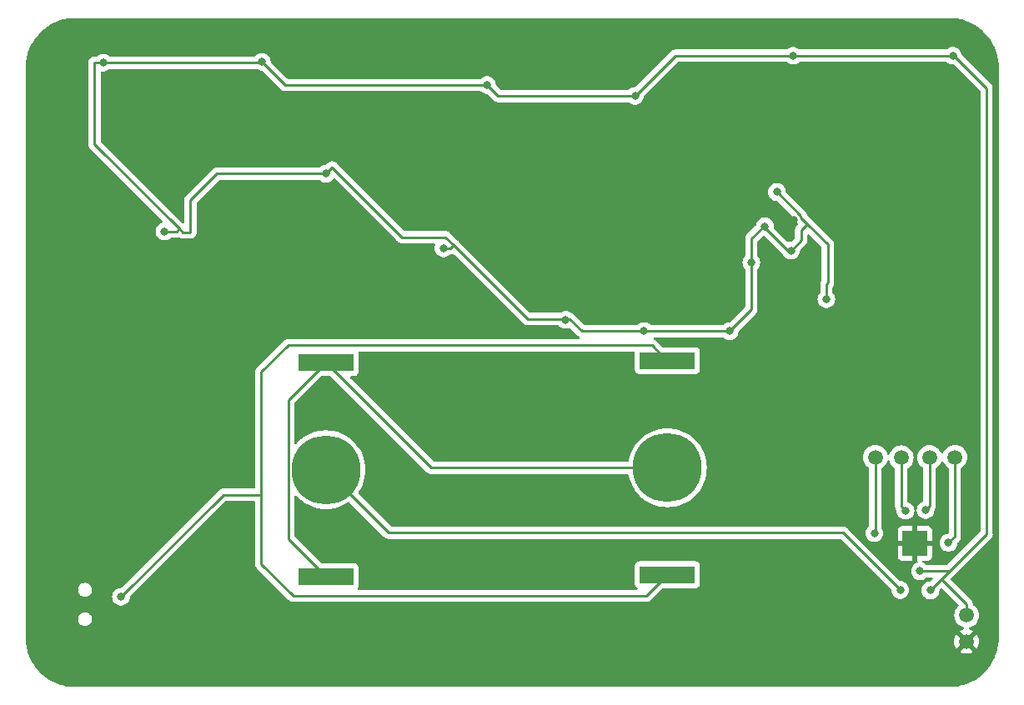
<source format=gbr>
%TF.GenerationSoftware,KiCad,Pcbnew,7.0.6*%
%TF.CreationDate,2023-11-12T21:40:01+01:00*%
%TF.ProjectId,Julkort,4a756c6b-6f72-4742-9e6b-696361645f70,rev?*%
%TF.SameCoordinates,Original*%
%TF.FileFunction,Copper,L2,Bot*%
%TF.FilePolarity,Positive*%
%FSLAX46Y46*%
G04 Gerber Fmt 4.6, Leading zero omitted, Abs format (unit mm)*
G04 Created by KiCad (PCBNEW 7.0.6) date 2023-11-12 21:40:01*
%MOMM*%
%LPD*%
G01*
G04 APERTURE LIST*
%TA.AperFunction,ComponentPad*%
%ADD10C,0.500000*%
%TD*%
%TA.AperFunction,SMDPad,CuDef*%
%ADD11R,2.500000X2.500000*%
%TD*%
%TA.AperFunction,SMDPad,CuDef*%
%ADD12C,1.500000*%
%TD*%
%TA.AperFunction,SMDPad,CuDef*%
%ADD13C,7.000000*%
%TD*%
%TA.AperFunction,SMDPad,CuDef*%
%ADD14R,5.600000X1.750000*%
%TD*%
%TA.AperFunction,ViaPad*%
%ADD15C,0.800000*%
%TD*%
%TA.AperFunction,Conductor*%
%ADD16C,0.250000*%
%TD*%
G04 APERTURE END LIST*
D10*
%TO.P,U1,21,GND*%
%TO.N,GND*%
X162510410Y-122922699D03*
X162510410Y-124922699D03*
D11*
X163510410Y-123922699D03*
D10*
X164510410Y-122922699D03*
X164510410Y-124922699D03*
%TD*%
D12*
%TO.P,TP2,1,1*%
%TO.N,Net-(U1-PA5)*%
X162113832Y-115229697D03*
%TD*%
%TO.P,TP3,1,1*%
%TO.N,Net-(U1-PA6)*%
X164991990Y-115209818D03*
%TD*%
%TO.P,TP1,1,1*%
%TO.N,Net-(U1-PA4)*%
X159481769Y-115179092D03*
%TD*%
%TO.P,TP6,1,1*%
%TO.N,GND*%
X168723366Y-133881067D03*
%TD*%
D13*
%TO.P,H1,1,1*%
%TO.N,Net-(U2-IN)*%
X103688766Y-116441816D03*
D14*
%TO.P,H1,2,2*%
%TO.N,Net-(H1-Pad2)*%
X103688766Y-127316816D03*
X103688766Y-105566816D03*
%TD*%
D12*
%TO.P,TP5,1,1*%
%TO.N,+6V*%
X168743850Y-131234067D03*
%TD*%
%TO.P,TP4,1,1*%
%TO.N,Net-(U1-~{RESET}{slash}PB3)*%
X167552501Y-115168850D03*
%TD*%
D13*
%TO.P,H2,1,1*%
%TO.N,Net-(H1-Pad2)*%
X138364228Y-116242865D03*
D14*
%TO.P,H2,2,2*%
%TO.N,Net-(J1-COM)*%
X138364228Y-105367865D03*
X138364228Y-127117865D03*
%TD*%
D15*
%TO.N,GND*%
X84978455Y-89996121D03*
X113662829Y-91515766D03*
X77948335Y-76818736D03*
X82907011Y-126515432D03*
X85318686Y-117297336D03*
X148503053Y-84947808D03*
X152770079Y-96933257D03*
X132053110Y-80371702D03*
X145352150Y-93164194D03*
X134963616Y-99594783D03*
X165776691Y-133929622D03*
X92671121Y-76327900D03*
X147824793Y-75881451D03*
X143403227Y-99302873D03*
X163536387Y-128637625D03*
X163227298Y-76310729D03*
X125528080Y-99113991D03*
X99900167Y-84767511D03*
X151221584Y-91046592D03*
X115749121Y-78637418D03*
%TO.N,+6V*%
X167350514Y-74379704D03*
X128036054Y-101221300D03*
X144674382Y-102365773D03*
X164012858Y-126752856D03*
X81108509Y-75084343D03*
X149488244Y-88229639D03*
X146884223Y-95377123D03*
X120036420Y-77360628D03*
X87298702Y-92234806D03*
X154506508Y-99129015D03*
X148255428Y-91719722D03*
X150909156Y-94175144D03*
X97184287Y-75006410D03*
X135996029Y-102365773D03*
X135077424Y-78471169D03*
X115639653Y-93943333D03*
X151132381Y-74379704D03*
X103690078Y-86366682D03*
X165069063Y-128702569D03*
%TO.N,Net-(U1-PA4)*%
X159384469Y-122891353D03*
%TO.N,Net-(U1-~{RESET}{slash}PB3)*%
X166907251Y-123864346D03*
%TO.N,Net-(U1-PA6)*%
X164582306Y-120535681D03*
%TO.N,Net-(U2-IN)*%
X162016700Y-128663602D03*
%TO.N,Net-(J1-COM)*%
X82883291Y-129357416D03*
%TO.N,Net-(U1-PA5)*%
X162536251Y-120610560D03*
%TD*%
D16*
%TO.N,GND*%
X165825246Y-133881067D02*
X165776691Y-133929622D01*
%TO.N,+6V*%
X168743850Y-131234067D02*
X168743850Y-130102891D01*
X88517851Y-92234806D02*
X88792280Y-91960377D01*
X166853232Y-126752856D02*
X166936004Y-126835628D01*
X146884223Y-92966644D02*
X148131145Y-91719722D01*
X104334609Y-85722151D02*
X111423237Y-92810779D01*
X97106354Y-75084343D02*
X81108509Y-75084343D01*
X97184287Y-75006410D02*
X97106354Y-75084343D01*
X120036420Y-77360628D02*
X99538505Y-77360628D01*
X139168889Y-74379704D02*
X135077424Y-78471169D01*
X152557829Y-91470445D02*
X154658041Y-93570657D01*
X121146961Y-78471169D02*
X120036420Y-77360628D01*
X164012858Y-126752856D02*
X166853232Y-126752856D01*
X165069063Y-128702569D02*
X166206295Y-127565336D01*
X146884223Y-95377123D02*
X146884223Y-92966644D01*
X89917299Y-92346418D02*
X89917299Y-89068157D01*
X151946584Y-93137716D02*
X151946584Y-92081690D01*
X111423237Y-92810779D02*
X115829276Y-92810779D01*
X154658041Y-93570657D02*
X154658041Y-97464457D01*
X144674382Y-102365773D02*
X146884223Y-100155932D01*
X150909156Y-94175144D02*
X151946584Y-93137716D01*
X146884223Y-100155932D02*
X146884223Y-95377123D01*
X166936004Y-126835628D02*
X170766655Y-123004977D01*
X135077424Y-78471169D02*
X121146961Y-78471169D01*
X151946584Y-92081690D02*
X152557829Y-91470445D01*
X150586567Y-94175144D02*
X148131145Y-91719722D01*
X129685638Y-102365773D02*
X135996029Y-102365773D01*
X167350514Y-74379704D02*
X152125194Y-74379704D01*
X124156534Y-101138037D02*
X128457902Y-101138037D01*
X99538505Y-77360628D02*
X97184287Y-75006410D01*
X92618774Y-86366682D02*
X103690078Y-86366682D01*
X152125194Y-74379704D02*
X151132381Y-74379704D01*
X151910880Y-90652275D02*
X151910880Y-90823496D01*
X88792280Y-91960377D02*
X89178320Y-92346418D01*
X150909156Y-94175144D02*
X150586567Y-94175144D01*
X166206295Y-127565336D02*
X166936004Y-126835628D01*
X116657043Y-93638546D02*
X124156534Y-101138037D01*
X151910880Y-90823496D02*
X152557829Y-91470445D01*
X170766655Y-123004977D02*
X170766655Y-77668430D01*
X149488244Y-88229639D02*
X151910880Y-90652275D01*
X135996029Y-102365773D02*
X144674382Y-102365773D01*
X116352256Y-93943333D02*
X116657043Y-93638546D01*
X168159840Y-75061615D02*
X167477929Y-74379704D01*
X154506508Y-99129015D02*
X154506508Y-97615990D01*
X80194966Y-83363064D02*
X88792280Y-91960377D01*
X128457902Y-101138037D02*
X129685638Y-102365773D01*
X80194966Y-75084343D02*
X80194966Y-83363064D01*
X89178320Y-92346418D02*
X89917299Y-92346418D01*
X103690078Y-86366682D02*
X104334609Y-85722151D01*
X151132381Y-74379704D02*
X139168889Y-74379704D01*
X81108509Y-75084343D02*
X80194966Y-75084343D01*
X168743850Y-130102891D02*
X166206295Y-127565336D01*
X167477929Y-74379704D02*
X167350514Y-74379704D01*
X170766655Y-77668430D02*
X168159840Y-75061615D01*
X87298702Y-92234806D02*
X88517851Y-92234806D01*
X115639653Y-93943333D02*
X116352256Y-93943333D01*
X115829276Y-92810779D02*
X116657043Y-93638546D01*
X89917299Y-89068157D02*
X92618774Y-86366682D01*
X154506508Y-97615990D02*
X154658041Y-97464457D01*
%TO.N,Net-(U1-PA4)*%
X159481769Y-122794053D02*
X159384469Y-122891353D01*
X159481769Y-115179092D02*
X159481769Y-122794053D01*
%TO.N,Net-(U1-~{RESET}{slash}PB3)*%
X167552501Y-123219096D02*
X166907251Y-123864346D01*
X167552501Y-115168850D02*
X167552501Y-123219096D01*
%TO.N,Net-(U1-PA6)*%
X164991990Y-115209818D02*
X164991990Y-120125997D01*
X164991990Y-120125997D02*
X164582306Y-120535681D01*
%TO.N,Net-(U2-IN)*%
X156192547Y-122839449D02*
X110086399Y-122839449D01*
X110086399Y-122839449D02*
X103688766Y-116441816D01*
X162016700Y-128663602D02*
X156192547Y-122839449D01*
%TO.N,Net-(H1-Pad2)*%
X114364815Y-116242865D02*
X103688766Y-105566816D01*
X138364228Y-116242865D02*
X114364815Y-116242865D01*
X99863766Y-123491816D02*
X99863766Y-109391816D01*
X99863766Y-109391816D02*
X103688766Y-105566816D01*
X103688766Y-127316816D02*
X99863766Y-123491816D01*
%TO.N,Net-(J1-COM)*%
X136783836Y-103787473D02*
X138364228Y-105367865D01*
X97135580Y-126007544D02*
X97135580Y-119294428D01*
X82883291Y-129357416D02*
X93261926Y-118978781D01*
X99869691Y-103787473D02*
X136783836Y-103787473D01*
X138364228Y-127117865D02*
X136219655Y-129262438D01*
X93261926Y-118978781D02*
X97135580Y-118978781D01*
X136219655Y-129262438D02*
X100390474Y-129262438D01*
X100390474Y-129262438D02*
X97135580Y-126007544D01*
X97135580Y-106521584D02*
X99869691Y-103787473D01*
X97135580Y-119294428D02*
X97135580Y-118978781D01*
X82914477Y-129388602D02*
X82883291Y-129357416D01*
X97135580Y-118978781D02*
X97135580Y-106521584D01*
%TO.N,Net-(U1-PA5)*%
X162113832Y-115229697D02*
X162113832Y-120188141D01*
X162113832Y-120188141D02*
X162536251Y-120610560D01*
%TD*%
%TA.AperFunction,Conductor*%
%TO.N,GND*%
G36*
X167245677Y-70558447D02*
G01*
X167392840Y-70564849D01*
X167423976Y-70566204D01*
X167428946Y-70566621D01*
X167657434Y-70595107D01*
X167845259Y-70619840D01*
X167849850Y-70620621D01*
X168070091Y-70666806D01*
X168260472Y-70709017D01*
X168264674Y-70710107D01*
X168478351Y-70773726D01*
X168666540Y-70833066D01*
X168670388Y-70834422D01*
X168846991Y-70903336D01*
X168877089Y-70915081D01*
X168910509Y-70928924D01*
X169060589Y-70991092D01*
X169064067Y-70992661D01*
X169262875Y-71089856D01*
X169439803Y-71181962D01*
X169442888Y-71183683D01*
X169632691Y-71296785D01*
X169801403Y-71404269D01*
X169804096Y-71406087D01*
X169983808Y-71534403D01*
X170068567Y-71599442D01*
X170142800Y-71656404D01*
X170145113Y-71658269D01*
X170313601Y-71800974D01*
X170462553Y-71937465D01*
X170619689Y-72094604D01*
X170756173Y-72243552D01*
X170898875Y-72412041D01*
X170900739Y-72414353D01*
X171022757Y-72573372D01*
X171151041Y-72753046D01*
X171152873Y-72755760D01*
X171260360Y-72924482D01*
X171373452Y-73114277D01*
X171375186Y-73117386D01*
X171467290Y-73294318D01*
X171564460Y-73493080D01*
X171566040Y-73496585D01*
X171642054Y-73680097D01*
X171663290Y-73734519D01*
X171722690Y-73886749D01*
X171724062Y-73890643D01*
X171783408Y-74078862D01*
X171846999Y-74292459D01*
X171848107Y-74296732D01*
X171890318Y-74487126D01*
X171936486Y-74707306D01*
X171937275Y-74711938D01*
X171962015Y-74899843D01*
X171990490Y-75128279D01*
X171990907Y-75133245D01*
X171997997Y-75295576D01*
X172008527Y-75550114D01*
X172008527Y-133519995D01*
X171998895Y-133752860D01*
X171990966Y-133935112D01*
X171990549Y-133940088D01*
X171962356Y-134166265D01*
X171937324Y-134356397D01*
X171936535Y-134361029D01*
X171890651Y-134579858D01*
X171848140Y-134771607D01*
X171847032Y-134775879D01*
X171783734Y-134988495D01*
X171724078Y-135177700D01*
X171722706Y-135181595D01*
X171642377Y-135387459D01*
X171566028Y-135571776D01*
X171564448Y-135575280D01*
X171467610Y-135773364D01*
X171375150Y-135950975D01*
X171373417Y-135954083D01*
X171260672Y-136143296D01*
X171152808Y-136312605D01*
X171150976Y-136315319D01*
X171023064Y-136494470D01*
X170900635Y-136654020D01*
X170898759Y-136656347D01*
X170756481Y-136824334D01*
X170619527Y-136973791D01*
X170462842Y-137130474D01*
X170313388Y-137267422D01*
X170145391Y-137409704D01*
X170143064Y-137411581D01*
X169983526Y-137533997D01*
X169804364Y-137661912D01*
X169801650Y-137663744D01*
X169632328Y-137771614D01*
X169443147Y-137884338D01*
X169440038Y-137886072D01*
X169262396Y-137978545D01*
X169064326Y-138075372D01*
X169060821Y-138076953D01*
X168876460Y-138153316D01*
X168670633Y-138233627D01*
X168666738Y-138234999D01*
X168477503Y-138294663D01*
X168264917Y-138357950D01*
X168260644Y-138359058D01*
X168068905Y-138401563D01*
X167850061Y-138447446D01*
X167845429Y-138448236D01*
X167655296Y-138473265D01*
X167429085Y-138501458D01*
X167424119Y-138501875D01*
X167255384Y-138509241D01*
X167230836Y-138510256D01*
X167009027Y-138519427D01*
X167007408Y-138519494D01*
X78202279Y-138519494D01*
X77978963Y-138510256D01*
X77786691Y-138501873D01*
X77781721Y-138501455D01*
X77561721Y-138474032D01*
X77365365Y-138448180D01*
X77360732Y-138447391D01*
X77145765Y-138402316D01*
X76950135Y-138358945D01*
X76945862Y-138357837D01*
X76736138Y-138295399D01*
X76544009Y-138234820D01*
X76540114Y-138233448D01*
X76336614Y-138154040D01*
X76149918Y-138076707D01*
X76146423Y-138075131D01*
X76025943Y-138016232D01*
X75950327Y-137979265D01*
X75770678Y-137885745D01*
X75767569Y-137884011D01*
X75580124Y-137772317D01*
X75409053Y-137663333D01*
X75406338Y-137661500D01*
X75228717Y-137534680D01*
X75067608Y-137411055D01*
X75065280Y-137409178D01*
X74898699Y-137268090D01*
X74813026Y-137189584D01*
X74747831Y-137129844D01*
X74592440Y-136974452D01*
X74454179Y-136823566D01*
X74313097Y-136656990D01*
X74311230Y-136654675D01*
X74187590Y-136493544D01*
X74060757Y-136315901D01*
X74058972Y-136313256D01*
X73949977Y-136142167D01*
X73838269Y-135954697D01*
X73836540Y-135951597D01*
X73836216Y-135950975D01*
X73743016Y-135771936D01*
X73647162Y-135575863D01*
X73645582Y-135572359D01*
X73568994Y-135387459D01*
X73568241Y-135385642D01*
X73488839Y-135182151D01*
X73487474Y-135178276D01*
X73426894Y-134986141D01*
X73408451Y-134924191D01*
X168033792Y-134924191D01*
X168095977Y-134967733D01*
X168095979Y-134967734D01*
X168294206Y-135060168D01*
X168294215Y-135060172D01*
X168505471Y-135116777D01*
X168505481Y-135116779D01*
X168723365Y-135135842D01*
X168723367Y-135135842D01*
X168941250Y-135116779D01*
X168941260Y-135116777D01*
X169152516Y-135060172D01*
X169152525Y-135060168D01*
X169350753Y-134967733D01*
X169412938Y-134924191D01*
X168723367Y-134234620D01*
X168723366Y-134234620D01*
X168033792Y-134924191D01*
X73408451Y-134924191D01*
X73364449Y-134776392D01*
X73363348Y-134772144D01*
X73319970Y-134576475D01*
X73305708Y-134508458D01*
X73274898Y-134361518D01*
X73274121Y-134356960D01*
X73248273Y-134160626D01*
X73220839Y-133940536D01*
X73220423Y-133935577D01*
X73218043Y-133881067D01*
X167468591Y-133881067D01*
X167487653Y-134098951D01*
X167487655Y-134098961D01*
X167544260Y-134310217D01*
X167544264Y-134310226D01*
X167636701Y-134508458D01*
X167680239Y-134570638D01*
X167680241Y-134570639D01*
X168369813Y-133881067D01*
X168369813Y-133881066D01*
X169076919Y-133881066D01*
X169766490Y-134570639D01*
X169810032Y-134508454D01*
X169902467Y-134310226D01*
X169902471Y-134310217D01*
X169959076Y-134098961D01*
X169959078Y-134098951D01*
X169978140Y-133881067D01*
X169978140Y-133881066D01*
X169959078Y-133663182D01*
X169959076Y-133663172D01*
X169902471Y-133451916D01*
X169902467Y-133451907D01*
X169810034Y-133253682D01*
X169766489Y-133191494D01*
X169076919Y-133881065D01*
X169076919Y-133881066D01*
X168369813Y-133881066D01*
X167680241Y-133191494D01*
X167680241Y-133191495D01*
X167636699Y-133253679D01*
X167636698Y-133253681D01*
X167544264Y-133451907D01*
X167544260Y-133451916D01*
X167487655Y-133663172D01*
X167487653Y-133663182D01*
X167468591Y-133881066D01*
X167468591Y-133881067D01*
X73218043Y-133881067D01*
X73218043Y-133881065D01*
X73212283Y-133749145D01*
X73202806Y-133519994D01*
X73202779Y-133519332D01*
X73202779Y-131724372D01*
X78524144Y-131724372D01*
X78564854Y-131889543D01*
X78643907Y-132040166D01*
X78644600Y-132040948D01*
X78756715Y-132167500D01*
X78797512Y-132195660D01*
X78896712Y-132264134D01*
X78896713Y-132264134D01*
X78896714Y-132264135D01*
X79055772Y-132324457D01*
X79131672Y-132333673D01*
X79182270Y-132339817D01*
X79182272Y-132339817D01*
X79267018Y-132339817D01*
X79309182Y-132334697D01*
X79393516Y-132324457D01*
X79552574Y-132264135D01*
X79692573Y-132167500D01*
X79805378Y-132040169D01*
X79884434Y-131889542D01*
X79925144Y-131724373D01*
X79925144Y-131554261D01*
X79884434Y-131389092D01*
X79884433Y-131389090D01*
X79805380Y-131238467D01*
X79786204Y-131216822D01*
X79692573Y-131111134D01*
X79642821Y-131076792D01*
X79552575Y-131014499D01*
X79393518Y-130954177D01*
X79393512Y-130954176D01*
X79267018Y-130938817D01*
X79267016Y-130938817D01*
X79182272Y-130938817D01*
X79182270Y-130938817D01*
X79055775Y-130954176D01*
X79055769Y-130954177D01*
X78896712Y-131014499D01*
X78756716Y-131111133D01*
X78643907Y-131238467D01*
X78564854Y-131389090D01*
X78524144Y-131554261D01*
X78524144Y-131724372D01*
X73202779Y-131724372D01*
X73202779Y-128724372D01*
X78524144Y-128724372D01*
X78564854Y-128889543D01*
X78643907Y-129040166D01*
X78643910Y-129040169D01*
X78756715Y-129167500D01*
X78846962Y-129229793D01*
X78896712Y-129264134D01*
X78896713Y-129264134D01*
X78896714Y-129264135D01*
X79055772Y-129324457D01*
X79131672Y-129333673D01*
X79182270Y-129339817D01*
X79182272Y-129339817D01*
X79267018Y-129339817D01*
X79309182Y-129334697D01*
X79393516Y-129324457D01*
X79552574Y-129264135D01*
X79692573Y-129167500D01*
X79805378Y-129040169D01*
X79809726Y-129031886D01*
X79883759Y-128890828D01*
X79884434Y-128889542D01*
X79925144Y-128724373D01*
X79925144Y-128554261D01*
X79884434Y-128389092D01*
X79864133Y-128350412D01*
X79805380Y-128238467D01*
X79745036Y-128170353D01*
X79692573Y-128111134D01*
X79642074Y-128076277D01*
X79552575Y-128014499D01*
X79393518Y-127954177D01*
X79393512Y-127954176D01*
X79267018Y-127938817D01*
X79267016Y-127938817D01*
X79182272Y-127938817D01*
X79182270Y-127938817D01*
X79055775Y-127954176D01*
X79055769Y-127954177D01*
X78896712Y-128014499D01*
X78756716Y-128111133D01*
X78643907Y-128238467D01*
X78564854Y-128389090D01*
X78524144Y-128554261D01*
X78524144Y-128724372D01*
X73202779Y-128724372D01*
X73202779Y-75548154D01*
X73206920Y-75448035D01*
X73211816Y-75329653D01*
X73220432Y-75132283D01*
X73220846Y-75127342D01*
X73231141Y-75044755D01*
X79565739Y-75044755D01*
X79569344Y-75102067D01*
X79569466Y-75105938D01*
X79569466Y-83280319D01*
X79567741Y-83295936D01*
X79568027Y-83295963D01*
X79567292Y-83303729D01*
X79569466Y-83372878D01*
X79569466Y-83402407D01*
X79569467Y-83402424D01*
X79570334Y-83409295D01*
X79570792Y-83415114D01*
X79572256Y-83461688D01*
X79572257Y-83461691D01*
X79577846Y-83480931D01*
X79581790Y-83499975D01*
X79584302Y-83519855D01*
X79601456Y-83563183D01*
X79603348Y-83568711D01*
X79616347Y-83613452D01*
X79626546Y-83630698D01*
X79635104Y-83648167D01*
X79642480Y-83666796D01*
X79669864Y-83704487D01*
X79673072Y-83709371D01*
X79696793Y-83749480D01*
X79696799Y-83749488D01*
X79710956Y-83763644D01*
X79723594Y-83778440D01*
X79735371Y-83794650D01*
X79735372Y-83794651D01*
X79771275Y-83824352D01*
X79775586Y-83828274D01*
X83504062Y-87556750D01*
X87106532Y-91159220D01*
X87140017Y-91220543D01*
X87135033Y-91290235D01*
X87093161Y-91346168D01*
X87044636Y-91368190D01*
X87018902Y-91373660D01*
X87018894Y-91373663D01*
X86845972Y-91450654D01*
X86845967Y-91450657D01*
X86692831Y-91561917D01*
X86566168Y-91702591D01*
X86471523Y-91866521D01*
X86471520Y-91866528D01*
X86420775Y-92022706D01*
X86413028Y-92046550D01*
X86393242Y-92234806D01*
X86413028Y-92423062D01*
X86413029Y-92423065D01*
X86471520Y-92603083D01*
X86471523Y-92603090D01*
X86566169Y-92767022D01*
X86655406Y-92866129D01*
X86692831Y-92907694D01*
X86845967Y-93018954D01*
X86845972Y-93018957D01*
X87018894Y-93095948D01*
X87018899Y-93095950D01*
X87204056Y-93135306D01*
X87204057Y-93135306D01*
X87393346Y-93135306D01*
X87393348Y-93135306D01*
X87578505Y-93095950D01*
X87751432Y-93018957D01*
X87904573Y-92907694D01*
X87909781Y-92901910D01*
X87910302Y-92901332D01*
X87969789Y-92864685D01*
X88002450Y-92860306D01*
X88435108Y-92860306D01*
X88450728Y-92862030D01*
X88450755Y-92861745D01*
X88458511Y-92862477D01*
X88458518Y-92862479D01*
X88527665Y-92860306D01*
X88557201Y-92860306D01*
X88564079Y-92859436D01*
X88569892Y-92858978D01*
X88616478Y-92857515D01*
X88635720Y-92851923D01*
X88654763Y-92847980D01*
X88674643Y-92845470D01*
X88687598Y-92840340D01*
X88757171Y-92833961D01*
X88800763Y-92852971D01*
X88800901Y-92852721D01*
X88803636Y-92854224D01*
X88806134Y-92855314D01*
X88807733Y-92856475D01*
X88807738Y-92856480D01*
X88825296Y-92866132D01*
X88841553Y-92876811D01*
X88857384Y-92889091D01*
X88877057Y-92897604D01*
X88900153Y-92907600D01*
X88905397Y-92910168D01*
X88946228Y-92932615D01*
X88954038Y-92934620D01*
X88965625Y-92937595D01*
X88984039Y-92943899D01*
X89002424Y-92951856D01*
X89048477Y-92959150D01*
X89054146Y-92960324D01*
X89099301Y-92971918D01*
X89119335Y-92971918D01*
X89138732Y-92973444D01*
X89158515Y-92976578D01*
X89204902Y-92972193D01*
X89210741Y-92971918D01*
X89846452Y-92971918D01*
X89869684Y-92974114D01*
X89871288Y-92974419D01*
X89877711Y-92975645D01*
X89935023Y-92972039D01*
X89938896Y-92971918D01*
X89956641Y-92971918D01*
X89956649Y-92971918D01*
X89974289Y-92969689D01*
X89978106Y-92969328D01*
X90035437Y-92965722D01*
X90043204Y-92963198D01*
X90065979Y-92958106D01*
X90074091Y-92957082D01*
X90127494Y-92935937D01*
X90131134Y-92934627D01*
X90185740Y-92916885D01*
X90192636Y-92912508D01*
X90213432Y-92901912D01*
X90221031Y-92898904D01*
X90267490Y-92865148D01*
X90270689Y-92862973D01*
X90319176Y-92832204D01*
X90324765Y-92826251D01*
X90342278Y-92810812D01*
X90348886Y-92806012D01*
X90385489Y-92761765D01*
X90388035Y-92758875D01*
X90427361Y-92717000D01*
X90431297Y-92709839D01*
X90444418Y-92690532D01*
X90449623Y-92684241D01*
X90449625Y-92684237D01*
X90474068Y-92632292D01*
X90475827Y-92628837D01*
X90503496Y-92578510D01*
X90505526Y-92570599D01*
X90513434Y-92548636D01*
X90516913Y-92541244D01*
X90527676Y-92484819D01*
X90528509Y-92481088D01*
X90542799Y-92425437D01*
X90542799Y-92417261D01*
X90544996Y-92394024D01*
X90546526Y-92386006D01*
X90542920Y-92328693D01*
X90542799Y-92324821D01*
X90542799Y-89378609D01*
X90562484Y-89311570D01*
X90579118Y-89290928D01*
X92841545Y-87028501D01*
X92902868Y-86995016D01*
X92929226Y-86992182D01*
X102986330Y-86992182D01*
X103053369Y-87011867D01*
X103078478Y-87033208D01*
X103084204Y-87039567D01*
X103084208Y-87039571D01*
X103237343Y-87150830D01*
X103237348Y-87150833D01*
X103410270Y-87227824D01*
X103410275Y-87227826D01*
X103595432Y-87267182D01*
X103595433Y-87267182D01*
X103784722Y-87267182D01*
X103784724Y-87267182D01*
X103969881Y-87227826D01*
X104142808Y-87150833D01*
X104295949Y-87039570D01*
X104422611Y-86898898D01*
X104422615Y-86898889D01*
X104423178Y-86898117D01*
X104423623Y-86897773D01*
X104426959Y-86894069D01*
X104427636Y-86894678D01*
X104478504Y-86855447D01*
X104548117Y-86849463D01*
X104609915Y-86882064D01*
X104611182Y-86883314D01*
X110922434Y-93194567D01*
X110932259Y-93206830D01*
X110932480Y-93206648D01*
X110937451Y-93212657D01*
X110954178Y-93228364D01*
X110987872Y-93260005D01*
X111008766Y-93280899D01*
X111014248Y-93285152D01*
X111018680Y-93288936D01*
X111052655Y-93320841D01*
X111070213Y-93330493D01*
X111086470Y-93341172D01*
X111102301Y-93353452D01*
X111121974Y-93361965D01*
X111145070Y-93371961D01*
X111150314Y-93374529D01*
X111191145Y-93396976D01*
X111203760Y-93400214D01*
X111210542Y-93401956D01*
X111228956Y-93408260D01*
X111247341Y-93416217D01*
X111293394Y-93423511D01*
X111299063Y-93424685D01*
X111344218Y-93436279D01*
X111364253Y-93436279D01*
X111383650Y-93437805D01*
X111403433Y-93440939D01*
X111449820Y-93436554D01*
X111455659Y-93436279D01*
X114686891Y-93436279D01*
X114753930Y-93455964D01*
X114799685Y-93508768D01*
X114809629Y-93577926D01*
X114804822Y-93598597D01*
X114753980Y-93755073D01*
X114753979Y-93755077D01*
X114734193Y-93943333D01*
X114753979Y-94131589D01*
X114753980Y-94131592D01*
X114812471Y-94311610D01*
X114812474Y-94311617D01*
X114907120Y-94475549D01*
X115004544Y-94583749D01*
X115033782Y-94616221D01*
X115186918Y-94727481D01*
X115186923Y-94727484D01*
X115359845Y-94804475D01*
X115359850Y-94804477D01*
X115545007Y-94843833D01*
X115545008Y-94843833D01*
X115734297Y-94843833D01*
X115734299Y-94843833D01*
X115919456Y-94804477D01*
X116092383Y-94727484D01*
X116245524Y-94616221D01*
X116250648Y-94610529D01*
X116310131Y-94573880D01*
X116338903Y-94569561D01*
X116360426Y-94568884D01*
X116362072Y-94568833D01*
X116391603Y-94568833D01*
X116391606Y-94568833D01*
X116398484Y-94567963D01*
X116404297Y-94567505D01*
X116450883Y-94566042D01*
X116470125Y-94560450D01*
X116489168Y-94556507D01*
X116509048Y-94553997D01*
X116552378Y-94536840D01*
X116557896Y-94534951D01*
X116573456Y-94530431D01*
X116643326Y-94530630D01*
X116695733Y-94561826D01*
X123655731Y-101521825D01*
X123665556Y-101534088D01*
X123665777Y-101533906D01*
X123670748Y-101539915D01*
X123696751Y-101564332D01*
X123721169Y-101587263D01*
X123742063Y-101608157D01*
X123747545Y-101612410D01*
X123751977Y-101616194D01*
X123785952Y-101648099D01*
X123803510Y-101657751D01*
X123819767Y-101668430D01*
X123835598Y-101680710D01*
X123855271Y-101689223D01*
X123878367Y-101699219D01*
X123883611Y-101701787D01*
X123924442Y-101724234D01*
X123937057Y-101727472D01*
X123943839Y-101729214D01*
X123962253Y-101735518D01*
X123980638Y-101743475D01*
X124026691Y-101750769D01*
X124032360Y-101751943D01*
X124077515Y-101763537D01*
X124097550Y-101763537D01*
X124116947Y-101765063D01*
X124136730Y-101768197D01*
X124183117Y-101763812D01*
X124188956Y-101763537D01*
X127257336Y-101763537D01*
X127324375Y-101783222D01*
X127349486Y-101804565D01*
X127430183Y-101894188D01*
X127583319Y-102005448D01*
X127583324Y-102005451D01*
X127756246Y-102082442D01*
X127756251Y-102082444D01*
X127941408Y-102121800D01*
X127941409Y-102121800D01*
X128130698Y-102121800D01*
X128130700Y-102121800D01*
X128315857Y-102082444D01*
X128377675Y-102054919D01*
X128446923Y-102045634D01*
X128510200Y-102075262D01*
X128515792Y-102080518D01*
X129184835Y-102749561D01*
X129194660Y-102761824D01*
X129194881Y-102761642D01*
X129199852Y-102767651D01*
X129225855Y-102792068D01*
X129250273Y-102814999D01*
X129271167Y-102835893D01*
X129276649Y-102840146D01*
X129281081Y-102843930D01*
X129315056Y-102875835D01*
X129332614Y-102885487D01*
X129348871Y-102896166D01*
X129364702Y-102908446D01*
X129387575Y-102918344D01*
X129401042Y-102924172D01*
X129454750Y-102968862D01*
X129475770Y-103035495D01*
X129457429Y-103102914D01*
X129405550Y-103149715D01*
X129351795Y-103161973D01*
X99952434Y-103161973D01*
X99936813Y-103160248D01*
X99936787Y-103160534D01*
X99929025Y-103159800D01*
X99929024Y-103159800D01*
X99859877Y-103161973D01*
X99830340Y-103161973D01*
X99823457Y-103162842D01*
X99817640Y-103163299D01*
X99771064Y-103164763D01*
X99751820Y-103170354D01*
X99732770Y-103174298D01*
X99712902Y-103176807D01*
X99669575Y-103193961D01*
X99664049Y-103195852D01*
X99619305Y-103208852D01*
X99619301Y-103208854D01*
X99602057Y-103219052D01*
X99584596Y-103227606D01*
X99565965Y-103234983D01*
X99565953Y-103234990D01*
X99528261Y-103262375D01*
X99523378Y-103265582D01*
X99483271Y-103289302D01*
X99469105Y-103303468D01*
X99454315Y-103316100D01*
X99438105Y-103327877D01*
X99438102Y-103327880D01*
X99408401Y-103363782D01*
X99404468Y-103368104D01*
X96751788Y-106020783D01*
X96739531Y-106030604D01*
X96739714Y-106030825D01*
X96733703Y-106035797D01*
X96686352Y-106086220D01*
X96665469Y-106107103D01*
X96665457Y-106107116D01*
X96661201Y-106112601D01*
X96657417Y-106117031D01*
X96625517Y-106151002D01*
X96625516Y-106151004D01*
X96615864Y-106168560D01*
X96605190Y-106184810D01*
X96592909Y-106200645D01*
X96592904Y-106200652D01*
X96574395Y-106243422D01*
X96571825Y-106248668D01*
X96549383Y-106289490D01*
X96544402Y-106308891D01*
X96538101Y-106327294D01*
X96530142Y-106345686D01*
X96530141Y-106345689D01*
X96522851Y-106391711D01*
X96521667Y-106397430D01*
X96510081Y-106442556D01*
X96510080Y-106442566D01*
X96510080Y-106462600D01*
X96508553Y-106481999D01*
X96505420Y-106501778D01*
X96505420Y-106501779D01*
X96509805Y-106548167D01*
X96510080Y-106554005D01*
X96510080Y-118229281D01*
X96490395Y-118296320D01*
X96437591Y-118342075D01*
X96386080Y-118353281D01*
X93344663Y-118353281D01*
X93329046Y-118351557D01*
X93329019Y-118351843D01*
X93321257Y-118351108D01*
X93252129Y-118353281D01*
X93222576Y-118353281D01*
X93221855Y-118353371D01*
X93215683Y-118354150D01*
X93209871Y-118354607D01*
X93163298Y-118356071D01*
X93163295Y-118356072D01*
X93144052Y-118361662D01*
X93125009Y-118365606D01*
X93105130Y-118368117D01*
X93105129Y-118368118D01*
X93061804Y-118385271D01*
X93056278Y-118387163D01*
X93011534Y-118400164D01*
X93011530Y-118400166D01*
X92994291Y-118410361D01*
X92976824Y-118418918D01*
X92958195Y-118426293D01*
X92958193Y-118426294D01*
X92920490Y-118453687D01*
X92915608Y-118456893D01*
X92875506Y-118480609D01*
X92861334Y-118494781D01*
X92846549Y-118507409D01*
X92830338Y-118519188D01*
X92800635Y-118555091D01*
X92796702Y-118559412D01*
X87850332Y-123505784D01*
X82935519Y-128420597D01*
X82874196Y-128454082D01*
X82847838Y-128456916D01*
X82788645Y-128456916D01*
X82756188Y-128463814D01*
X82603488Y-128496271D01*
X82603483Y-128496273D01*
X82430561Y-128573264D01*
X82430556Y-128573267D01*
X82277420Y-128684527D01*
X82150757Y-128825201D01*
X82056112Y-128989131D01*
X82056109Y-128989138D01*
X81998156Y-129167500D01*
X81997617Y-129169160D01*
X81977831Y-129357416D01*
X81997617Y-129545672D01*
X81997618Y-129545675D01*
X82056109Y-129725693D01*
X82056112Y-129725700D01*
X82150758Y-129889632D01*
X82277420Y-130030304D01*
X82430556Y-130141564D01*
X82430561Y-130141567D01*
X82603483Y-130218558D01*
X82603488Y-130218560D01*
X82788645Y-130257916D01*
X82788646Y-130257916D01*
X82977935Y-130257916D01*
X82977937Y-130257916D01*
X83163094Y-130218560D01*
X83336021Y-130141567D01*
X83489162Y-130030304D01*
X83615824Y-129889632D01*
X83710470Y-129725700D01*
X83768965Y-129545672D01*
X83786612Y-129377761D01*
X83813196Y-129313148D01*
X83822243Y-129303052D01*
X93484697Y-119640600D01*
X93546021Y-119607115D01*
X93572379Y-119604281D01*
X96386080Y-119604281D01*
X96453119Y-119623966D01*
X96498874Y-119676770D01*
X96510080Y-119728281D01*
X96510080Y-125924799D01*
X96508355Y-125940416D01*
X96508641Y-125940443D01*
X96507906Y-125948209D01*
X96510080Y-126017358D01*
X96510080Y-126046887D01*
X96510081Y-126046904D01*
X96510948Y-126053775D01*
X96511406Y-126059594D01*
X96512870Y-126106168D01*
X96512871Y-126106171D01*
X96518460Y-126125411D01*
X96522404Y-126144455D01*
X96524916Y-126164336D01*
X96538830Y-126199480D01*
X96542070Y-126207663D01*
X96543962Y-126213191D01*
X96556961Y-126257932D01*
X96567160Y-126275178D01*
X96575718Y-126292647D01*
X96583094Y-126311276D01*
X96610478Y-126348967D01*
X96613686Y-126353851D01*
X96637407Y-126393960D01*
X96637413Y-126393968D01*
X96651570Y-126408124D01*
X96664208Y-126422920D01*
X96675985Y-126439130D01*
X96675986Y-126439131D01*
X96711889Y-126468832D01*
X96716200Y-126472754D01*
X99132987Y-128889542D01*
X99889671Y-129646226D01*
X99899496Y-129658489D01*
X99899717Y-129658307D01*
X99904688Y-129664316D01*
X99925517Y-129683875D01*
X99955109Y-129711664D01*
X99976003Y-129732558D01*
X99981485Y-129736811D01*
X99985917Y-129740595D01*
X100019892Y-129772500D01*
X100037450Y-129782152D01*
X100053709Y-129792833D01*
X100069538Y-129805111D01*
X100112312Y-129823620D01*
X100117530Y-129826176D01*
X100158382Y-129848635D01*
X100177790Y-129853618D01*
X100196191Y-129859918D01*
X100214578Y-129867875D01*
X100257962Y-129874746D01*
X100260593Y-129875163D01*
X100266313Y-129876347D01*
X100311455Y-129887938D01*
X100331490Y-129887938D01*
X100350888Y-129889464D01*
X100370668Y-129892597D01*
X100370669Y-129892598D01*
X100370669Y-129892597D01*
X100370670Y-129892598D01*
X100417057Y-129888213D01*
X100422896Y-129887938D01*
X136136912Y-129887938D01*
X136152532Y-129889662D01*
X136152559Y-129889377D01*
X136160315Y-129890109D01*
X136160322Y-129890111D01*
X136229469Y-129887938D01*
X136259005Y-129887938D01*
X136265883Y-129887068D01*
X136271696Y-129886610D01*
X136318282Y-129885147D01*
X136337524Y-129879555D01*
X136356567Y-129875612D01*
X136376447Y-129873102D01*
X136419777Y-129855945D01*
X136425301Y-129854055D01*
X136430664Y-129852497D01*
X136470045Y-129841056D01*
X136487284Y-129830860D01*
X136504758Y-129822300D01*
X136523382Y-129814926D01*
X136523382Y-129814925D01*
X136523387Y-129814924D01*
X136561104Y-129787520D01*
X136565960Y-129784330D01*
X136606075Y-129760608D01*
X136620244Y-129746437D01*
X136635034Y-129733806D01*
X136651242Y-129722032D01*
X136680954Y-129686114D01*
X136684867Y-129681814D01*
X137836999Y-128529683D01*
X137898322Y-128496198D01*
X137924680Y-128493364D01*
X141212099Y-128493364D01*
X141212100Y-128493364D01*
X141271711Y-128486956D01*
X141406559Y-128436661D01*
X141521774Y-128350411D01*
X141608024Y-128235196D01*
X141658319Y-128100348D01*
X141664728Y-128040738D01*
X141664727Y-126194993D01*
X141658319Y-126135382D01*
X141658093Y-126134777D01*
X141608025Y-126000536D01*
X141608021Y-126000529D01*
X141521775Y-125885320D01*
X141521772Y-125885317D01*
X141406563Y-125799071D01*
X141406556Y-125799067D01*
X141271710Y-125748773D01*
X141271711Y-125748773D01*
X141212111Y-125742366D01*
X141212109Y-125742365D01*
X141212101Y-125742365D01*
X141212092Y-125742365D01*
X135516357Y-125742365D01*
X135516351Y-125742366D01*
X135456744Y-125748773D01*
X135321899Y-125799067D01*
X135321892Y-125799071D01*
X135206683Y-125885317D01*
X135206680Y-125885320D01*
X135120434Y-126000529D01*
X135120430Y-126000536D01*
X135070136Y-126135382D01*
X135063729Y-126194981D01*
X135063729Y-126194988D01*
X135063728Y-126195000D01*
X135063728Y-128040735D01*
X135063729Y-128040741D01*
X135070136Y-128100348D01*
X135120430Y-128235193D01*
X135120434Y-128235200D01*
X135189586Y-128327574D01*
X135206682Y-128350411D01*
X135291187Y-128413672D01*
X135333058Y-128469605D01*
X135338042Y-128539297D01*
X135304557Y-128600620D01*
X135243233Y-128634104D01*
X135216876Y-128636938D01*
X107028475Y-128636938D01*
X106961436Y-128617253D01*
X106915681Y-128564449D01*
X106905737Y-128495291D01*
X106929209Y-128438626D01*
X106930682Y-128436658D01*
X106932562Y-128434147D01*
X106982857Y-128299299D01*
X106989266Y-128239689D01*
X106989265Y-126393944D01*
X106982857Y-126334333D01*
X106974257Y-126311276D01*
X106932563Y-126199487D01*
X106932559Y-126199480D01*
X106846313Y-126084271D01*
X106846310Y-126084268D01*
X106731101Y-125998022D01*
X106731094Y-125998018D01*
X106596248Y-125947724D01*
X106596249Y-125947724D01*
X106536649Y-125941317D01*
X106536647Y-125941316D01*
X106536639Y-125941316D01*
X106536631Y-125941316D01*
X103249218Y-125941316D01*
X103182179Y-125921631D01*
X103161537Y-125904997D01*
X100525585Y-123269044D01*
X100492100Y-123207721D01*
X100489266Y-123181363D01*
X100489266Y-119190204D01*
X100508951Y-119123165D01*
X100561755Y-119077410D01*
X100630913Y-119067466D01*
X100694469Y-119096491D01*
X100705144Y-119106931D01*
X100856573Y-119274008D01*
X101147809Y-119537969D01*
X101147815Y-119537974D01*
X101463527Y-119772122D01*
X101554103Y-119826411D01*
X101800665Y-119974195D01*
X101800668Y-119974196D01*
X101800669Y-119974197D01*
X102155994Y-120142254D01*
X102526082Y-120274673D01*
X102907366Y-120370180D01*
X103296175Y-120427854D01*
X103688766Y-120447141D01*
X104081357Y-120427854D01*
X104470166Y-120370180D01*
X104851450Y-120274673D01*
X105221538Y-120142254D01*
X105576863Y-119974197D01*
X105914005Y-119772122D01*
X105954681Y-119741954D01*
X106020252Y-119717829D01*
X106088458Y-119732984D01*
X106116229Y-119753870D01*
X109585596Y-123223237D01*
X109595421Y-123235500D01*
X109595642Y-123235318D01*
X109600613Y-123241327D01*
X109620112Y-123259637D01*
X109651034Y-123288675D01*
X109671928Y-123309569D01*
X109677410Y-123313822D01*
X109681842Y-123317606D01*
X109715817Y-123349511D01*
X109733375Y-123359163D01*
X109749634Y-123369844D01*
X109765463Y-123382122D01*
X109808237Y-123400631D01*
X109813455Y-123403187D01*
X109854307Y-123425646D01*
X109873715Y-123430629D01*
X109892116Y-123436929D01*
X109910503Y-123444886D01*
X109950293Y-123451188D01*
X109956518Y-123452174D01*
X109962238Y-123453358D01*
X110007380Y-123464949D01*
X110027415Y-123464949D01*
X110046813Y-123466475D01*
X110066593Y-123469608D01*
X110066594Y-123469609D01*
X110066594Y-123469608D01*
X110066595Y-123469609D01*
X110112982Y-123465224D01*
X110118821Y-123464949D01*
X155882095Y-123464949D01*
X155949134Y-123484634D01*
X155969776Y-123501268D01*
X161077738Y-128609231D01*
X161111223Y-128670554D01*
X161113378Y-128683950D01*
X161113439Y-128684527D01*
X161131026Y-128851858D01*
X161131027Y-128851861D01*
X161189518Y-129031879D01*
X161189521Y-129031886D01*
X161284167Y-129195818D01*
X161345680Y-129264135D01*
X161410829Y-129336490D01*
X161563965Y-129447750D01*
X161563970Y-129447753D01*
X161736892Y-129524744D01*
X161736897Y-129524746D01*
X161922054Y-129564102D01*
X161922055Y-129564102D01*
X162111344Y-129564102D01*
X162111346Y-129564102D01*
X162296503Y-129524746D01*
X162469430Y-129447753D01*
X162622571Y-129336490D01*
X162749233Y-129195818D01*
X162843879Y-129031886D01*
X162902374Y-128851858D01*
X162922160Y-128663602D01*
X162902374Y-128475346D01*
X162843879Y-128295318D01*
X162749233Y-128131386D01*
X162622571Y-127990714D01*
X162622570Y-127990713D01*
X162469434Y-127879453D01*
X162469429Y-127879450D01*
X162296507Y-127802459D01*
X162296502Y-127802457D01*
X162150700Y-127771467D01*
X162111346Y-127763102D01*
X162111345Y-127763102D01*
X162052153Y-127763102D01*
X161985114Y-127743417D01*
X161964472Y-127726783D01*
X159160388Y-124922699D01*
X161755664Y-124922699D01*
X161760020Y-124961355D01*
X161760410Y-124968303D01*
X161760410Y-125220543D01*
X161766811Y-125280071D01*
X161766813Y-125280078D01*
X161817055Y-125414785D01*
X161817059Y-125414792D01*
X161903219Y-125529886D01*
X161903222Y-125529889D01*
X162018316Y-125616049D01*
X162018323Y-125616053D01*
X162153030Y-125666295D01*
X162153037Y-125666297D01*
X162212565Y-125672698D01*
X162212582Y-125672699D01*
X162464805Y-125672699D01*
X162471753Y-125673089D01*
X162510408Y-125677445D01*
X162510412Y-125677445D01*
X162549067Y-125673089D01*
X162556015Y-125672699D01*
X163260410Y-125672699D01*
X163260410Y-124172699D01*
X161760410Y-124172699D01*
X161760410Y-124877094D01*
X161760020Y-124884042D01*
X161755664Y-124922698D01*
X161755664Y-124922699D01*
X159160388Y-124922699D01*
X156693350Y-122455661D01*
X156683527Y-122443399D01*
X156683306Y-122443583D01*
X156678333Y-122437572D01*
X156670914Y-122430605D01*
X156627911Y-122390222D01*
X156617466Y-122379777D01*
X156607022Y-122369332D01*
X156601533Y-122365074D01*
X156597108Y-122361296D01*
X156563129Y-122329387D01*
X156563127Y-122329385D01*
X156563124Y-122329384D01*
X156545576Y-122319737D01*
X156529310Y-122309053D01*
X156513480Y-122296774D01*
X156470715Y-122278267D01*
X156465469Y-122275697D01*
X156424640Y-122253252D01*
X156424639Y-122253251D01*
X156405240Y-122248271D01*
X156386828Y-122241967D01*
X156368445Y-122234011D01*
X156368439Y-122234009D01*
X156322421Y-122226721D01*
X156316699Y-122225536D01*
X156271568Y-122213949D01*
X156271566Y-122213949D01*
X156251531Y-122213949D01*
X156232133Y-122212422D01*
X156224709Y-122211246D01*
X156212352Y-122209289D01*
X156212351Y-122209289D01*
X156165963Y-122213674D01*
X156160125Y-122213949D01*
X110396852Y-122213949D01*
X110329813Y-122194264D01*
X110309171Y-122177630D01*
X107000820Y-118869279D01*
X106967335Y-118807956D01*
X106972319Y-118738264D01*
X106988902Y-118707733D01*
X107019072Y-118667055D01*
X107221147Y-118329913D01*
X107389204Y-117974588D01*
X107521623Y-117604500D01*
X107617130Y-117223216D01*
X107674804Y-116834407D01*
X107694091Y-116441816D01*
X107674804Y-116049225D01*
X107617130Y-115660416D01*
X107521623Y-115279132D01*
X107389204Y-114909044D01*
X107221147Y-114553719D01*
X107219789Y-114551454D01*
X107019622Y-114217495D01*
X107019072Y-114216577D01*
X106784924Y-113900865D01*
X106784919Y-113900859D01*
X106520958Y-113609623D01*
X106229722Y-113345662D01*
X105961462Y-113146707D01*
X105914005Y-113111510D01*
X105914002Y-113111508D01*
X105576866Y-112909436D01*
X105221538Y-112741378D01*
X105221536Y-112741377D01*
X104851450Y-112608959D01*
X104470172Y-112513453D01*
X104470167Y-112513452D01*
X104470166Y-112513452D01*
X104326022Y-112492070D01*
X104081365Y-112455779D01*
X104081363Y-112455778D01*
X104081357Y-112455778D01*
X103688766Y-112436491D01*
X103688765Y-112436491D01*
X103656989Y-112438052D01*
X103296175Y-112455778D01*
X103296169Y-112455778D01*
X103296166Y-112455779D01*
X102907359Y-112513453D01*
X102526081Y-112608959D01*
X102155995Y-112741377D01*
X102155993Y-112741378D01*
X101800665Y-112909436D01*
X101463529Y-113111508D01*
X101147809Y-113345662D01*
X100856573Y-113609623D01*
X100705144Y-113776700D01*
X100645538Y-113813154D01*
X100575685Y-113811595D01*
X100517765Y-113772519D01*
X100490165Y-113708331D01*
X100489266Y-113693427D01*
X100489266Y-109702268D01*
X100508951Y-109635229D01*
X100525585Y-109614587D01*
X103161538Y-106978634D01*
X103222861Y-106945149D01*
X103249219Y-106942315D01*
X104128313Y-106942315D01*
X104195352Y-106962000D01*
X104215994Y-106978634D01*
X113864012Y-116626653D01*
X113873837Y-116638916D01*
X113874058Y-116638734D01*
X113879029Y-116644743D01*
X113905032Y-116669160D01*
X113929450Y-116692091D01*
X113950344Y-116712985D01*
X113955826Y-116717238D01*
X113960258Y-116721022D01*
X113994233Y-116752927D01*
X114011791Y-116762579D01*
X114028050Y-116773260D01*
X114043879Y-116785538D01*
X114086653Y-116804047D01*
X114091871Y-116806603D01*
X114132723Y-116829062D01*
X114152131Y-116834045D01*
X114170532Y-116840345D01*
X114188919Y-116848302D01*
X114232303Y-116855173D01*
X114234934Y-116855590D01*
X114240654Y-116856774D01*
X114285796Y-116868365D01*
X114305831Y-116868365D01*
X114325229Y-116869891D01*
X114345009Y-116873024D01*
X114345010Y-116873025D01*
X114345010Y-116873024D01*
X114345011Y-116873025D01*
X114391398Y-116868640D01*
X114397237Y-116868365D01*
X134305776Y-116868365D01*
X134372815Y-116888050D01*
X134418570Y-116940854D01*
X134428432Y-116974167D01*
X134435864Y-117024265D01*
X134435865Y-117024271D01*
X134531371Y-117405549D01*
X134663789Y-117775635D01*
X134663790Y-117775637D01*
X134831848Y-118130965D01*
X135027202Y-118456893D01*
X135033922Y-118468104D01*
X135234286Y-118738264D01*
X135268074Y-118783821D01*
X135532035Y-119075057D01*
X135730658Y-119255078D01*
X135823277Y-119339023D01*
X136138989Y-119573171D01*
X136138991Y-119573172D01*
X136476127Y-119775244D01*
X136476130Y-119775245D01*
X136476131Y-119775246D01*
X136831456Y-119943303D01*
X137201544Y-120075722D01*
X137582828Y-120171229D01*
X137971637Y-120228903D01*
X138364228Y-120248190D01*
X138756819Y-120228903D01*
X139145628Y-120171229D01*
X139526912Y-120075722D01*
X139897000Y-119943303D01*
X140252325Y-119775246D01*
X140589467Y-119573171D01*
X140905179Y-119339023D01*
X141196420Y-119075057D01*
X141460386Y-118783816D01*
X141694534Y-118468104D01*
X141896609Y-118130962D01*
X142064666Y-117775637D01*
X142197085Y-117405549D01*
X142292592Y-117024265D01*
X142350266Y-116635456D01*
X142369553Y-116242865D01*
X142350266Y-115850274D01*
X142292592Y-115461465D01*
X142221862Y-115179094D01*
X158226492Y-115179094D01*
X158245562Y-115397067D01*
X158245562Y-115397071D01*
X158302191Y-115608414D01*
X158302193Y-115608418D01*
X158302194Y-115608422D01*
X158325792Y-115659028D01*
X158394666Y-115806730D01*
X158394667Y-115806731D01*
X158520171Y-115985969D01*
X158674892Y-116140690D01*
X158803393Y-116230667D01*
X158847017Y-116285243D01*
X158856269Y-116332241D01*
X158856269Y-122098852D01*
X158836584Y-122165891D01*
X158805156Y-122199169D01*
X158778597Y-122218465D01*
X158778592Y-122218469D01*
X158651935Y-122359138D01*
X158557290Y-122523068D01*
X158557287Y-122523075D01*
X158498796Y-122703093D01*
X158498795Y-122703097D01*
X158479009Y-122891353D01*
X158498795Y-123079609D01*
X158498796Y-123079612D01*
X158557287Y-123259630D01*
X158557290Y-123259637D01*
X158651936Y-123423569D01*
X158721897Y-123501268D01*
X158778598Y-123564241D01*
X158931734Y-123675501D01*
X158931739Y-123675504D01*
X159104661Y-123752495D01*
X159104666Y-123752497D01*
X159289823Y-123791853D01*
X159289824Y-123791853D01*
X159479113Y-123791853D01*
X159479115Y-123791853D01*
X159664272Y-123752497D01*
X159837199Y-123675504D01*
X159990340Y-123564241D01*
X160117002Y-123423569D01*
X160211648Y-123259637D01*
X160270143Y-123079609D01*
X160286634Y-122922699D01*
X161755664Y-122922699D01*
X161760020Y-122961355D01*
X161760410Y-122968303D01*
X161760410Y-123672699D01*
X163260410Y-123672699D01*
X163760410Y-123672699D01*
X165260410Y-123672699D01*
X165260410Y-122968303D01*
X165260800Y-122961355D01*
X165265156Y-122922699D01*
X165265156Y-122922698D01*
X165260800Y-122884042D01*
X165260410Y-122877094D01*
X165260410Y-122624871D01*
X165260409Y-122624854D01*
X165254008Y-122565326D01*
X165254006Y-122565319D01*
X165203764Y-122430612D01*
X165203760Y-122430605D01*
X165117600Y-122315511D01*
X165117597Y-122315508D01*
X165002503Y-122229348D01*
X165002496Y-122229344D01*
X164867789Y-122179102D01*
X164867782Y-122179100D01*
X164808254Y-122172699D01*
X164556015Y-122172699D01*
X164549067Y-122172309D01*
X164510412Y-122167953D01*
X164510408Y-122167953D01*
X164471753Y-122172309D01*
X164464805Y-122172699D01*
X163760410Y-122172699D01*
X163760410Y-123672699D01*
X163260410Y-123672699D01*
X163260410Y-122172699D01*
X162556015Y-122172699D01*
X162549067Y-122172309D01*
X162510412Y-122167953D01*
X162510408Y-122167953D01*
X162471753Y-122172309D01*
X162464805Y-122172699D01*
X162212565Y-122172699D01*
X162153037Y-122179100D01*
X162153030Y-122179102D01*
X162018323Y-122229344D01*
X162018316Y-122229348D01*
X161903222Y-122315508D01*
X161903219Y-122315511D01*
X161817059Y-122430605D01*
X161817055Y-122430612D01*
X161766813Y-122565319D01*
X161766811Y-122565326D01*
X161760410Y-122624854D01*
X161760410Y-122877094D01*
X161760020Y-122884042D01*
X161755664Y-122922698D01*
X161755664Y-122922699D01*
X160286634Y-122922699D01*
X160289929Y-122891353D01*
X160270143Y-122703097D01*
X160211648Y-122523069D01*
X160123882Y-122371053D01*
X160107269Y-122309053D01*
X160107269Y-116332241D01*
X160126954Y-116265202D01*
X160160143Y-116230668D01*
X160288646Y-116140690D01*
X160443367Y-115985969D01*
X160568871Y-115806731D01*
X160661344Y-115608422D01*
X160661346Y-115608412D01*
X160661348Y-115608409D01*
X160671245Y-115571471D01*
X160707608Y-115511810D01*
X160770455Y-115481279D01*
X160839830Y-115489573D01*
X160893709Y-115534057D01*
X160910795Y-115571468D01*
X160934255Y-115659021D01*
X160934257Y-115659027D01*
X160934905Y-115660416D01*
X161026729Y-115857335D01*
X161026730Y-115857336D01*
X161152234Y-116036574D01*
X161306955Y-116191295D01*
X161435456Y-116281272D01*
X161479080Y-116335848D01*
X161488332Y-116382846D01*
X161488332Y-120105396D01*
X161486607Y-120121013D01*
X161486893Y-120121040D01*
X161486158Y-120128806D01*
X161488332Y-120197955D01*
X161488332Y-120227484D01*
X161488333Y-120227501D01*
X161489200Y-120234372D01*
X161489658Y-120240191D01*
X161491122Y-120286765D01*
X161491123Y-120286768D01*
X161496712Y-120306008D01*
X161500656Y-120325052D01*
X161503168Y-120344933D01*
X161508379Y-120358095D01*
X161520322Y-120388260D01*
X161522214Y-120393788D01*
X161535213Y-120438529D01*
X161545412Y-120455775D01*
X161553970Y-120473244D01*
X161561346Y-120491873D01*
X161588730Y-120529565D01*
X161591938Y-120534448D01*
X161615696Y-120574619D01*
X161632285Y-120624779D01*
X161650577Y-120798816D01*
X161650578Y-120798819D01*
X161709069Y-120978837D01*
X161709072Y-120978844D01*
X161803718Y-121142776D01*
X161930379Y-121283447D01*
X161930380Y-121283448D01*
X162083516Y-121394708D01*
X162083521Y-121394711D01*
X162256443Y-121471702D01*
X162256448Y-121471704D01*
X162441605Y-121511060D01*
X162441606Y-121511060D01*
X162630895Y-121511060D01*
X162630897Y-121511060D01*
X162816054Y-121471704D01*
X162988981Y-121394711D01*
X163142122Y-121283448D01*
X163268784Y-121142776D01*
X163363430Y-120978844D01*
X163421925Y-120798816D01*
X163439893Y-120627854D01*
X163459629Y-120579884D01*
X163452816Y-120566354D01*
X163658926Y-120566354D01*
X163685190Y-120618512D01*
X163686533Y-120627852D01*
X163696632Y-120723937D01*
X163696633Y-120723940D01*
X163755124Y-120903958D01*
X163755127Y-120903965D01*
X163849773Y-121067897D01*
X163917193Y-121142774D01*
X163976435Y-121208569D01*
X164129571Y-121319829D01*
X164129576Y-121319832D01*
X164302498Y-121396823D01*
X164302503Y-121396825D01*
X164487660Y-121436181D01*
X164487661Y-121436181D01*
X164676950Y-121436181D01*
X164676952Y-121436181D01*
X164862109Y-121396825D01*
X165035036Y-121319832D01*
X165188177Y-121208569D01*
X165314839Y-121067897D01*
X165409485Y-120903965D01*
X165467980Y-120723937D01*
X165486857Y-120544325D01*
X165501515Y-120497553D01*
X165502048Y-120496582D01*
X165502052Y-120496579D01*
X165511708Y-120479014D01*
X165522379Y-120462769D01*
X165534664Y-120446933D01*
X165553176Y-120404149D01*
X165555732Y-120398932D01*
X165578187Y-120358089D01*
X165583170Y-120338677D01*
X165589467Y-120320288D01*
X165597428Y-120301892D01*
X165604719Y-120255850D01*
X165605898Y-120250159D01*
X165617490Y-120205016D01*
X165617490Y-120184980D01*
X165619017Y-120165579D01*
X165622150Y-120145801D01*
X165617765Y-120099412D01*
X165617490Y-120093574D01*
X165617490Y-116362967D01*
X165637175Y-116295928D01*
X165670364Y-116261394D01*
X165798867Y-116171416D01*
X165953588Y-116016695D01*
X166079092Y-115837457D01*
X166169415Y-115643757D01*
X166215587Y-115591318D01*
X166282780Y-115572166D01*
X166349662Y-115592382D01*
X166394179Y-115643757D01*
X166465398Y-115796488D01*
X166490499Y-115832336D01*
X166590903Y-115975727D01*
X166745624Y-116130448D01*
X166874125Y-116220425D01*
X166917749Y-116275001D01*
X166927001Y-116321999D01*
X166927001Y-122840172D01*
X166907316Y-122907211D01*
X166854512Y-122952966D01*
X166815973Y-122963492D01*
X166812604Y-122963846D01*
X166627448Y-123003201D01*
X166627443Y-123003203D01*
X166454521Y-123080194D01*
X166454516Y-123080197D01*
X166301380Y-123191457D01*
X166174717Y-123332131D01*
X166080072Y-123496061D01*
X166080069Y-123496068D01*
X166021768Y-123675501D01*
X166021577Y-123676090D01*
X166001791Y-123864346D01*
X166021577Y-124052602D01*
X166021578Y-124052605D01*
X166080069Y-124232623D01*
X166080072Y-124232630D01*
X166174718Y-124396562D01*
X166301379Y-124537234D01*
X166301380Y-124537234D01*
X166454516Y-124648494D01*
X166454521Y-124648497D01*
X166627443Y-124725488D01*
X166627448Y-124725490D01*
X166812605Y-124764846D01*
X166812606Y-124764846D01*
X167001895Y-124764846D01*
X167001897Y-124764846D01*
X167187054Y-124725490D01*
X167359981Y-124648497D01*
X167513122Y-124537234D01*
X167639784Y-124396562D01*
X167734430Y-124232630D01*
X167792925Y-124052602D01*
X167810572Y-123884690D01*
X167837155Y-123820080D01*
X167846202Y-123809984D01*
X167936289Y-123719897D01*
X167948543Y-123710082D01*
X167948360Y-123709860D01*
X167954367Y-123704888D01*
X167954378Y-123704882D01*
X167985276Y-123671978D01*
X168001728Y-123654460D01*
X168012172Y-123644014D01*
X168022621Y-123633567D01*
X168026880Y-123628074D01*
X168030653Y-123623657D01*
X168062563Y-123589678D01*
X168072214Y-123572120D01*
X168082897Y-123555857D01*
X168095174Y-123540032D01*
X168113686Y-123497249D01*
X168116239Y-123492037D01*
X168138698Y-123451188D01*
X168143681Y-123431776D01*
X168149982Y-123413376D01*
X168157938Y-123394992D01*
X168165230Y-123348948D01*
X168166407Y-123343267D01*
X168178001Y-123298115D01*
X168178001Y-123278078D01*
X168179528Y-123258678D01*
X168182661Y-123238900D01*
X168178276Y-123192511D01*
X168178001Y-123186673D01*
X168178001Y-116321999D01*
X168197686Y-116254960D01*
X168230875Y-116220426D01*
X168359378Y-116130448D01*
X168514099Y-115975727D01*
X168639603Y-115796489D01*
X168732076Y-115598180D01*
X168788708Y-115386827D01*
X168807778Y-115168850D01*
X168788708Y-114950873D01*
X168748382Y-114800374D01*
X168732078Y-114739527D01*
X168732077Y-114739526D01*
X168732076Y-114739520D01*
X168639603Y-114541212D01*
X168639601Y-114541209D01*
X168639600Y-114541207D01*
X168514100Y-114361974D01*
X168506890Y-114354764D01*
X168359378Y-114207252D01*
X168180140Y-114081748D01*
X168180141Y-114081748D01*
X168180139Y-114081747D01*
X168042634Y-114017628D01*
X167981831Y-113989275D01*
X167981827Y-113989274D01*
X167981823Y-113989272D01*
X167770478Y-113932643D01*
X167552503Y-113913573D01*
X167552499Y-113913573D01*
X167435431Y-113923815D01*
X167334524Y-113932643D01*
X167334521Y-113932643D01*
X167123178Y-113989272D01*
X167123169Y-113989276D01*
X166924862Y-114081748D01*
X166924858Y-114081750D01*
X166745622Y-114207252D01*
X166590903Y-114361971D01*
X166465401Y-114541207D01*
X166465399Y-114541212D01*
X166375075Y-114734910D01*
X166328902Y-114787349D01*
X166261709Y-114806501D01*
X166194827Y-114786285D01*
X166150312Y-114734911D01*
X166079092Y-114582180D01*
X166079090Y-114582177D01*
X166079089Y-114582175D01*
X165953589Y-114402942D01*
X165905411Y-114354764D01*
X165798867Y-114248220D01*
X165619629Y-114122716D01*
X165619630Y-114122716D01*
X165619628Y-114122715D01*
X165520474Y-114076479D01*
X165421320Y-114030243D01*
X165421316Y-114030242D01*
X165421312Y-114030240D01*
X165209967Y-113973611D01*
X164991992Y-113954541D01*
X164991988Y-113954541D01*
X164846671Y-113967254D01*
X164774013Y-113973611D01*
X164774010Y-113973611D01*
X164562667Y-114030240D01*
X164562658Y-114030244D01*
X164364351Y-114122716D01*
X164364347Y-114122718D01*
X164185111Y-114248220D01*
X164030392Y-114402939D01*
X163904890Y-114582175D01*
X163904888Y-114582179D01*
X163812416Y-114780486D01*
X163812412Y-114780495D01*
X163755783Y-114991838D01*
X163755783Y-114991842D01*
X163736713Y-115209815D01*
X163736713Y-115209820D01*
X163755783Y-115427793D01*
X163755783Y-115427797D01*
X163812412Y-115639140D01*
X163812414Y-115639144D01*
X163812415Y-115639148D01*
X163858651Y-115738302D01*
X163904887Y-115837456D01*
X163918807Y-115857335D01*
X164030392Y-116016695D01*
X164185113Y-116171416D01*
X164313614Y-116261393D01*
X164357238Y-116315969D01*
X164366490Y-116362967D01*
X164366490Y-119565521D01*
X164346805Y-119632560D01*
X164294001Y-119678315D01*
X164292926Y-119678800D01*
X164129576Y-119751529D01*
X164129571Y-119751532D01*
X163976435Y-119862792D01*
X163849772Y-120003466D01*
X163755127Y-120167396D01*
X163755124Y-120167403D01*
X163696633Y-120347421D01*
X163696632Y-120347425D01*
X163688763Y-120422300D01*
X163678664Y-120518383D01*
X163658926Y-120566354D01*
X163452816Y-120566354D01*
X163433366Y-120527728D01*
X163432025Y-120518406D01*
X163421925Y-120422304D01*
X163363430Y-120242276D01*
X163268784Y-120078344D01*
X163142122Y-119937672D01*
X163142121Y-119937671D01*
X162988985Y-119826411D01*
X162988980Y-119826408D01*
X162812896Y-119748009D01*
X162759659Y-119702759D01*
X162739338Y-119635909D01*
X162739332Y-119634730D01*
X162739332Y-116382846D01*
X162759017Y-116315807D01*
X162792206Y-116281273D01*
X162920709Y-116191295D01*
X163075430Y-116036574D01*
X163200934Y-115857336D01*
X163293407Y-115659027D01*
X163350039Y-115447674D01*
X163369109Y-115229697D01*
X163350039Y-115011720D01*
X163293407Y-114800367D01*
X163200934Y-114602059D01*
X163200932Y-114602056D01*
X163200931Y-114602054D01*
X163075431Y-114422821D01*
X163007374Y-114354764D01*
X162920709Y-114268099D01*
X162741471Y-114142595D01*
X162741472Y-114142595D01*
X162741470Y-114142594D01*
X162642316Y-114096358D01*
X162543162Y-114050122D01*
X162543158Y-114050121D01*
X162543154Y-114050119D01*
X162331809Y-113993490D01*
X162113834Y-113974420D01*
X162113830Y-113974420D01*
X161968514Y-113987133D01*
X161895855Y-113993490D01*
X161895852Y-113993490D01*
X161684509Y-114050119D01*
X161684500Y-114050123D01*
X161486193Y-114142595D01*
X161486189Y-114142597D01*
X161306953Y-114268099D01*
X161152234Y-114422818D01*
X161026732Y-114602054D01*
X161026730Y-114602058D01*
X160934258Y-114800365D01*
X160934256Y-114800369D01*
X160924355Y-114837321D01*
X160887989Y-114896981D01*
X160825142Y-114927509D01*
X160755766Y-114919214D01*
X160701889Y-114874728D01*
X160684805Y-114837319D01*
X160661346Y-114749769D01*
X160661345Y-114749768D01*
X160661344Y-114749762D01*
X160568871Y-114551454D01*
X160568869Y-114551451D01*
X160568868Y-114551449D01*
X160443368Y-114372216D01*
X160425916Y-114354764D01*
X160288646Y-114217494D01*
X160109408Y-114091990D01*
X160109409Y-114091990D01*
X160109407Y-114091989D01*
X159976991Y-114030243D01*
X159911099Y-113999517D01*
X159911095Y-113999516D01*
X159911091Y-113999514D01*
X159699746Y-113942885D01*
X159481771Y-113923815D01*
X159481767Y-113923815D01*
X159336451Y-113936528D01*
X159263792Y-113942885D01*
X159263789Y-113942885D01*
X159052446Y-113999514D01*
X159052437Y-113999518D01*
X158854130Y-114091990D01*
X158854126Y-114091992D01*
X158674890Y-114217494D01*
X158520171Y-114372213D01*
X158394669Y-114551449D01*
X158394667Y-114551453D01*
X158302195Y-114749760D01*
X158302191Y-114749769D01*
X158245562Y-114961112D01*
X158245562Y-114961116D01*
X158226492Y-115179089D01*
X158226492Y-115179094D01*
X142221862Y-115179094D01*
X142197085Y-115080181D01*
X142064666Y-114710093D01*
X141896609Y-114354768D01*
X141808191Y-114207252D01*
X141714011Y-114050122D01*
X141694534Y-114017626D01*
X141460386Y-113701914D01*
X141452694Y-113693427D01*
X141196420Y-113410672D01*
X140905184Y-113146711D01*
X140857718Y-113111508D01*
X140589467Y-112912559D01*
X140584255Y-112909435D01*
X140252328Y-112710485D01*
X139897000Y-112542427D01*
X139896998Y-112542426D01*
X139526912Y-112410008D01*
X139145634Y-112314502D01*
X139145629Y-112314501D01*
X139145628Y-112314501D01*
X139001484Y-112293119D01*
X138756827Y-112256828D01*
X138756825Y-112256827D01*
X138756819Y-112256827D01*
X138364228Y-112237540D01*
X137971637Y-112256827D01*
X137971631Y-112256827D01*
X137971628Y-112256828D01*
X137582821Y-112314502D01*
X137201543Y-112410008D01*
X136831457Y-112542426D01*
X136831455Y-112542427D01*
X136476127Y-112710485D01*
X136138991Y-112912557D01*
X135823271Y-113146711D01*
X135532035Y-113410672D01*
X135268074Y-113701908D01*
X135033920Y-114017628D01*
X134831848Y-114354764D01*
X134663790Y-114710092D01*
X134663789Y-114710094D01*
X134531371Y-115080180D01*
X134435865Y-115461458D01*
X134435863Y-115461465D01*
X134435864Y-115461465D01*
X134428433Y-115511560D01*
X134399126Y-115574984D01*
X134340180Y-115612497D01*
X134305776Y-115617365D01*
X114675268Y-115617365D01*
X114608229Y-115597680D01*
X114587587Y-115581046D01*
X106160537Y-107153996D01*
X106127052Y-107092673D01*
X106132036Y-107022981D01*
X106173908Y-106967048D01*
X106239372Y-106942631D01*
X106248218Y-106942315D01*
X106536637Y-106942315D01*
X106536638Y-106942315D01*
X106596249Y-106935907D01*
X106731097Y-106885612D01*
X106846312Y-106799362D01*
X106932562Y-106684147D01*
X106982857Y-106549299D01*
X106989266Y-106489689D01*
X106989265Y-104643944D01*
X106982857Y-104584333D01*
X106981356Y-104580308D01*
X106981116Y-104576966D01*
X106981074Y-104576785D01*
X106981103Y-104576778D01*
X106976370Y-104510617D01*
X107009855Y-104449293D01*
X107071177Y-104415807D01*
X107097537Y-104412973D01*
X134939728Y-104412973D01*
X135006767Y-104432658D01*
X135052522Y-104485462D01*
X135063728Y-104536973D01*
X135063728Y-106290735D01*
X135063729Y-106290741D01*
X135070136Y-106350348D01*
X135120430Y-106485193D01*
X135120434Y-106485200D01*
X135206680Y-106600409D01*
X135206683Y-106600412D01*
X135321892Y-106686658D01*
X135321899Y-106686662D01*
X135456745Y-106736956D01*
X135456744Y-106736956D01*
X135463672Y-106737700D01*
X135516355Y-106743365D01*
X141212100Y-106743364D01*
X141271711Y-106736956D01*
X141406559Y-106686661D01*
X141521774Y-106600411D01*
X141608024Y-106485196D01*
X141658319Y-106350348D01*
X141664728Y-106290738D01*
X141664727Y-104444993D01*
X141658319Y-104385382D01*
X141608024Y-104250534D01*
X141608023Y-104250533D01*
X141608021Y-104250529D01*
X141521775Y-104135320D01*
X141521772Y-104135317D01*
X141406563Y-104049071D01*
X141406556Y-104049067D01*
X141271710Y-103998773D01*
X141271711Y-103998773D01*
X141212111Y-103992366D01*
X141212109Y-103992365D01*
X141212101Y-103992365D01*
X141212093Y-103992365D01*
X137924681Y-103992365D01*
X137857642Y-103972680D01*
X137837000Y-103956046D01*
X137284639Y-103403685D01*
X137274816Y-103391423D01*
X137274595Y-103391607D01*
X137269622Y-103385596D01*
X137250995Y-103368104D01*
X137219200Y-103338246D01*
X137208755Y-103327801D01*
X137198311Y-103317356D01*
X137192822Y-103313098D01*
X137188397Y-103309320D01*
X137154418Y-103277411D01*
X137154416Y-103277409D01*
X137154413Y-103277408D01*
X137136865Y-103267761D01*
X137120599Y-103257077D01*
X137104769Y-103244798D01*
X137068433Y-103229074D01*
X137014725Y-103184384D01*
X136993705Y-103117751D01*
X137012046Y-103050332D01*
X137063925Y-103003531D01*
X137117680Y-102991273D01*
X143970634Y-102991273D01*
X144037673Y-103010958D01*
X144062782Y-103032299D01*
X144068508Y-103038658D01*
X144068512Y-103038662D01*
X144221647Y-103149921D01*
X144221652Y-103149924D01*
X144394574Y-103226915D01*
X144394579Y-103226917D01*
X144579736Y-103266273D01*
X144579737Y-103266273D01*
X144769026Y-103266273D01*
X144769028Y-103266273D01*
X144954185Y-103226917D01*
X145127112Y-103149924D01*
X145280253Y-103038661D01*
X145406915Y-102897989D01*
X145501561Y-102734057D01*
X145560056Y-102554029D01*
X145577703Y-102386117D01*
X145604286Y-102321507D01*
X145613333Y-102311411D01*
X147268011Y-100656733D01*
X147280265Y-100646918D01*
X147280082Y-100646696D01*
X147286089Y-100641724D01*
X147286100Y-100641718D01*
X147318100Y-100607641D01*
X147333450Y-100591296D01*
X147343894Y-100580850D01*
X147354343Y-100570403D01*
X147358602Y-100564910D01*
X147362375Y-100560493D01*
X147394285Y-100526514D01*
X147403936Y-100508956D01*
X147414619Y-100492693D01*
X147426896Y-100476868D01*
X147445408Y-100434085D01*
X147447961Y-100428873D01*
X147470420Y-100388024D01*
X147475403Y-100368612D01*
X147481704Y-100350212D01*
X147489660Y-100331828D01*
X147496952Y-100285784D01*
X147498129Y-100280103D01*
X147509723Y-100234951D01*
X147509723Y-100214915D01*
X147511250Y-100195514D01*
X147514383Y-100175736D01*
X147509998Y-100129347D01*
X147509723Y-100123509D01*
X147509723Y-96075810D01*
X147529408Y-96008771D01*
X147541573Y-95992838D01*
X147560114Y-95972245D01*
X147616756Y-95909339D01*
X147711402Y-95745407D01*
X147769897Y-95565379D01*
X147789683Y-95377123D01*
X147769897Y-95188867D01*
X147711402Y-95008839D01*
X147616756Y-94844907D01*
X147580351Y-94804475D01*
X147541573Y-94761407D01*
X147511343Y-94698415D01*
X147509723Y-94678435D01*
X147509723Y-93277095D01*
X147529408Y-93210056D01*
X147546038Y-93189418D01*
X148043465Y-92691990D01*
X148104786Y-92658507D01*
X148174477Y-92663491D01*
X148218824Y-92691991D01*
X149155307Y-93628475D01*
X150085763Y-94558931D01*
X150095609Y-94571220D01*
X150095831Y-94571037D01*
X150096122Y-94571389D01*
X150098584Y-94574932D01*
X150102774Y-94580162D01*
X150104953Y-94583595D01*
X150104709Y-94583749D01*
X150107939Y-94588397D01*
X150176622Y-94707358D01*
X150176621Y-94707358D01*
X150303285Y-94848032D01*
X150456421Y-94959292D01*
X150456426Y-94959295D01*
X150629348Y-95036286D01*
X150629353Y-95036288D01*
X150814510Y-95075644D01*
X150814511Y-95075644D01*
X151003800Y-95075644D01*
X151003802Y-95075644D01*
X151188959Y-95036288D01*
X151361886Y-94959295D01*
X151515027Y-94848032D01*
X151641689Y-94707360D01*
X151736335Y-94543428D01*
X151794830Y-94363400D01*
X151812477Y-94195489D01*
X151839061Y-94130876D01*
X151848108Y-94120780D01*
X152330370Y-93638518D01*
X152342632Y-93628696D01*
X152342449Y-93628475D01*
X152348451Y-93623508D01*
X152348461Y-93623502D01*
X152395825Y-93573064D01*
X152416704Y-93552186D01*
X152420957Y-93546702D01*
X152424734Y-93542279D01*
X152456646Y-93508298D01*
X152466298Y-93490739D01*
X152476973Y-93474488D01*
X152489258Y-93458652D01*
X152507770Y-93415868D01*
X152510326Y-93410651D01*
X152527967Y-93378564D01*
X152532778Y-93369814D01*
X152532778Y-93369813D01*
X152532781Y-93369808D01*
X152537764Y-93350396D01*
X152544061Y-93332007D01*
X152552022Y-93313611D01*
X152559313Y-93267569D01*
X152560492Y-93261878D01*
X152572084Y-93216735D01*
X152572084Y-93196699D01*
X152573611Y-93177298D01*
X152574756Y-93170070D01*
X152576744Y-93157520D01*
X152572359Y-93111131D01*
X152572084Y-93105293D01*
X152572084Y-92668652D01*
X152591769Y-92601613D01*
X152644573Y-92555858D01*
X152713731Y-92545914D01*
X152777287Y-92574939D01*
X152783765Y-92580971D01*
X153996222Y-93793428D01*
X154029707Y-93854751D01*
X154032541Y-93881109D01*
X154032541Y-97157875D01*
X154012856Y-97224914D01*
X153998938Y-97242753D01*
X153996449Y-97245403D01*
X153996444Y-97245410D01*
X153986792Y-97262966D01*
X153976118Y-97279216D01*
X153963837Y-97295051D01*
X153963832Y-97295058D01*
X153945323Y-97337828D01*
X153942753Y-97343074D01*
X153920311Y-97383896D01*
X153915330Y-97403297D01*
X153909029Y-97421700D01*
X153901070Y-97440092D01*
X153901069Y-97440095D01*
X153893779Y-97486117D01*
X153892595Y-97491836D01*
X153881009Y-97536962D01*
X153881008Y-97536972D01*
X153881008Y-97557006D01*
X153879481Y-97576405D01*
X153876348Y-97596184D01*
X153876348Y-97596185D01*
X153880733Y-97642573D01*
X153881008Y-97648411D01*
X153881008Y-98430327D01*
X153861323Y-98497366D01*
X153849158Y-98513299D01*
X153773974Y-98596799D01*
X153679329Y-98760730D01*
X153679326Y-98760737D01*
X153620835Y-98940755D01*
X153620834Y-98940759D01*
X153601048Y-99129015D01*
X153620834Y-99317271D01*
X153620835Y-99317274D01*
X153679326Y-99497292D01*
X153679329Y-99497299D01*
X153773975Y-99661231D01*
X153900637Y-99801903D01*
X154053773Y-99913163D01*
X154053778Y-99913166D01*
X154226700Y-99990157D01*
X154226705Y-99990159D01*
X154411862Y-100029515D01*
X154411863Y-100029515D01*
X154601152Y-100029515D01*
X154601154Y-100029515D01*
X154786311Y-99990159D01*
X154959238Y-99913166D01*
X155112379Y-99801903D01*
X155239041Y-99661231D01*
X155333687Y-99497299D01*
X155392182Y-99317271D01*
X155411968Y-99129015D01*
X155392182Y-98940759D01*
X155333687Y-98760731D01*
X155239041Y-98596799D01*
X155239040Y-98596799D01*
X155163858Y-98513299D01*
X155133628Y-98450307D01*
X155132008Y-98430327D01*
X155132008Y-97922571D01*
X155151693Y-97855532D01*
X155165621Y-97837682D01*
X155168102Y-97835040D01*
X155168103Y-97835039D01*
X155177756Y-97817477D01*
X155188430Y-97801227D01*
X155200714Y-97785393D01*
X155219221Y-97742624D01*
X155221790Y-97737381D01*
X155244237Y-97696550D01*
X155244238Y-97696549D01*
X155249218Y-97677148D01*
X155255519Y-97658745D01*
X155263479Y-97640353D01*
X155270771Y-97594306D01*
X155271952Y-97588609D01*
X155283541Y-97543476D01*
X155283541Y-97523440D01*
X155285068Y-97504039D01*
X155288201Y-97484261D01*
X155283816Y-97437872D01*
X155283541Y-97432034D01*
X155283541Y-93653394D01*
X155285265Y-93637780D01*
X155284979Y-93637753D01*
X155285713Y-93629990D01*
X155283541Y-93560860D01*
X155283541Y-93531308D01*
X155283541Y-93531307D01*
X155282670Y-93524416D01*
X155282213Y-93518602D01*
X155281904Y-93508768D01*
X155280750Y-93472030D01*
X155275162Y-93452796D01*
X155271215Y-93433738D01*
X155270072Y-93424690D01*
X155268705Y-93413865D01*
X155253131Y-93374531D01*
X155251548Y-93370532D01*
X155249655Y-93365003D01*
X155236659Y-93320271D01*
X155236658Y-93320267D01*
X155226461Y-93303025D01*
X155217904Y-93285559D01*
X155210527Y-93266925D01*
X155183124Y-93229207D01*
X155179941Y-93224362D01*
X155156211Y-93184236D01*
X155156206Y-93184230D01*
X155142046Y-93170070D01*
X155129411Y-93155277D01*
X155117634Y-93139069D01*
X155081734Y-93109370D01*
X155077422Y-93105447D01*
X153050221Y-91078246D01*
X153035350Y-91060272D01*
X153030753Y-91053507D01*
X153030750Y-91053504D01*
X153030748Y-91053501D01*
X152987681Y-91015534D01*
X152984857Y-91012882D01*
X152972300Y-91000325D01*
X152972296Y-91000321D01*
X152559384Y-90587409D01*
X152525899Y-90526086D01*
X152524044Y-90515278D01*
X152521544Y-90495483D01*
X152504384Y-90452142D01*
X152502504Y-90446654D01*
X152489498Y-90401885D01*
X152479302Y-90384645D01*
X152470741Y-90367169D01*
X152463367Y-90348545D01*
X152463366Y-90348543D01*
X152435959Y-90310820D01*
X152432768Y-90305961D01*
X152409052Y-90265858D01*
X152409045Y-90265849D01*
X152394886Y-90251690D01*
X152382248Y-90236894D01*
X152370474Y-90220688D01*
X152334568Y-90190984D01*
X152330256Y-90187061D01*
X150427204Y-88284008D01*
X150393719Y-88222685D01*
X150391567Y-88209307D01*
X150373918Y-88041383D01*
X150315423Y-87861355D01*
X150220777Y-87697423D01*
X150094115Y-87556751D01*
X150094114Y-87556750D01*
X149940978Y-87445490D01*
X149940973Y-87445487D01*
X149768051Y-87368496D01*
X149768046Y-87368494D01*
X149622244Y-87337504D01*
X149582890Y-87329139D01*
X149393598Y-87329139D01*
X149361141Y-87336037D01*
X149208441Y-87368494D01*
X149208436Y-87368496D01*
X149035514Y-87445487D01*
X149035509Y-87445490D01*
X148882373Y-87556750D01*
X148755710Y-87697424D01*
X148661065Y-87861354D01*
X148661062Y-87861361D01*
X148602571Y-88041379D01*
X148602570Y-88041383D01*
X148582784Y-88229639D01*
X148602570Y-88417895D01*
X148602571Y-88417898D01*
X148661062Y-88597916D01*
X148661065Y-88597923D01*
X148755711Y-88761855D01*
X148873128Y-88892259D01*
X148882373Y-88902527D01*
X149035509Y-89013787D01*
X149035514Y-89013790D01*
X149208436Y-89090781D01*
X149208441Y-89090783D01*
X149393598Y-89130139D01*
X149452792Y-89130139D01*
X149519831Y-89149824D01*
X149540473Y-89166458D01*
X151262375Y-90888360D01*
X151295860Y-90949683D01*
X151297716Y-90960502D01*
X151300214Y-90980282D01*
X151300215Y-90980286D01*
X151300216Y-90980288D01*
X151314170Y-91015534D01*
X151317370Y-91023615D01*
X151319262Y-91029143D01*
X151331120Y-91069958D01*
X151332262Y-91073886D01*
X151334840Y-91078246D01*
X151342460Y-91091130D01*
X151351018Y-91108599D01*
X151358394Y-91127228D01*
X151385778Y-91164919D01*
X151388986Y-91169803D01*
X151412707Y-91209912D01*
X151412713Y-91209920D01*
X151426870Y-91224076D01*
X151439508Y-91238872D01*
X151451285Y-91255082D01*
X151451286Y-91255083D01*
X151487189Y-91284784D01*
X151491500Y-91288706D01*
X151545776Y-91342982D01*
X151585557Y-91382763D01*
X151619042Y-91444086D01*
X151614058Y-91513778D01*
X151585555Y-91558127D01*
X151562790Y-91580891D01*
X151550535Y-91590710D01*
X151550718Y-91590931D01*
X151544707Y-91595903D01*
X151497356Y-91646326D01*
X151476473Y-91667209D01*
X151476461Y-91667222D01*
X151472205Y-91672707D01*
X151468421Y-91677137D01*
X151436521Y-91711108D01*
X151436520Y-91711110D01*
X151426868Y-91728666D01*
X151416194Y-91744916D01*
X151403913Y-91760751D01*
X151403908Y-91760758D01*
X151385399Y-91803528D01*
X151382829Y-91808774D01*
X151360387Y-91849596D01*
X151355406Y-91868997D01*
X151349105Y-91887400D01*
X151341146Y-91905792D01*
X151341145Y-91905795D01*
X151333855Y-91951817D01*
X151332671Y-91957536D01*
X151321085Y-92002662D01*
X151321084Y-92002672D01*
X151321084Y-92022706D01*
X151319557Y-92042105D01*
X151316424Y-92061884D01*
X151316424Y-92061885D01*
X151320809Y-92108273D01*
X151321084Y-92114111D01*
X151321084Y-92827263D01*
X151301399Y-92894302D01*
X151284765Y-92914944D01*
X150961384Y-93238325D01*
X150900061Y-93271810D01*
X150873703Y-93274644D01*
X150814508Y-93274644D01*
X150679257Y-93303392D01*
X150609590Y-93298076D01*
X150565796Y-93269783D01*
X149188905Y-91892891D01*
X149155420Y-91831568D01*
X149153265Y-91792249D01*
X149160888Y-91719722D01*
X149141102Y-91531466D01*
X149082607Y-91351438D01*
X148987961Y-91187506D01*
X148861299Y-91046834D01*
X148861298Y-91046833D01*
X148708162Y-90935573D01*
X148708157Y-90935570D01*
X148535235Y-90858579D01*
X148535230Y-90858577D01*
X148389428Y-90827587D01*
X148350074Y-90819222D01*
X148160782Y-90819222D01*
X148128325Y-90826120D01*
X147975625Y-90858577D01*
X147975620Y-90858579D01*
X147802698Y-90935570D01*
X147802693Y-90935573D01*
X147649557Y-91046833D01*
X147522894Y-91187507D01*
X147428249Y-91351437D01*
X147428246Y-91351444D01*
X147369755Y-91531461D01*
X147369753Y-91531472D01*
X147366702Y-91560495D01*
X147340117Y-91625109D01*
X147331063Y-91635212D01*
X146500431Y-92465843D01*
X146488174Y-92475664D01*
X146488357Y-92475885D01*
X146482346Y-92480857D01*
X146434995Y-92531280D01*
X146414112Y-92552163D01*
X146414100Y-92552176D01*
X146409844Y-92557661D01*
X146406060Y-92562091D01*
X146374160Y-92596062D01*
X146374159Y-92596064D01*
X146364507Y-92613620D01*
X146353833Y-92629870D01*
X146341552Y-92645705D01*
X146341547Y-92645712D01*
X146323038Y-92688482D01*
X146320468Y-92693728D01*
X146298026Y-92734550D01*
X146293045Y-92753951D01*
X146286744Y-92772354D01*
X146278785Y-92790746D01*
X146278784Y-92790749D01*
X146271494Y-92836771D01*
X146270310Y-92842490D01*
X146258724Y-92887616D01*
X146258723Y-92887626D01*
X146258723Y-92907660D01*
X146257196Y-92927059D01*
X146254529Y-92943900D01*
X146254063Y-92946840D01*
X146255338Y-92960329D01*
X146258448Y-92993227D01*
X146258723Y-92999065D01*
X146258723Y-94678435D01*
X146239038Y-94745474D01*
X146226873Y-94761407D01*
X146151689Y-94844907D01*
X146057044Y-95008838D01*
X146057041Y-95008845D01*
X145998550Y-95188863D01*
X145998549Y-95188867D01*
X145978763Y-95377123D01*
X145998549Y-95565379D01*
X145998550Y-95565382D01*
X146057041Y-95745400D01*
X146057044Y-95745407D01*
X146151690Y-95909339D01*
X146194995Y-95957433D01*
X146226873Y-95992838D01*
X146257103Y-96055829D01*
X146258723Y-96075810D01*
X146258723Y-99845478D01*
X146239038Y-99912517D01*
X146222404Y-99933159D01*
X144726610Y-101428954D01*
X144665287Y-101462439D01*
X144638929Y-101465273D01*
X144579736Y-101465273D01*
X144547279Y-101472171D01*
X144394579Y-101504628D01*
X144394574Y-101504630D01*
X144221652Y-101581621D01*
X144221647Y-101581624D01*
X144068512Y-101692883D01*
X144068508Y-101692887D01*
X144062782Y-101699247D01*
X144003295Y-101735894D01*
X143970634Y-101740273D01*
X136699777Y-101740273D01*
X136632738Y-101720588D01*
X136607629Y-101699247D01*
X136601902Y-101692887D01*
X136601898Y-101692883D01*
X136448763Y-101581624D01*
X136448758Y-101581621D01*
X136275836Y-101504630D01*
X136275831Y-101504628D01*
X136130029Y-101473638D01*
X136090675Y-101465273D01*
X135901383Y-101465273D01*
X135868926Y-101472171D01*
X135716226Y-101504628D01*
X135716221Y-101504630D01*
X135543299Y-101581621D01*
X135543294Y-101581624D01*
X135390159Y-101692883D01*
X135390155Y-101692887D01*
X135384429Y-101699247D01*
X135324942Y-101735894D01*
X135292281Y-101740273D01*
X129996090Y-101740273D01*
X129929051Y-101720588D01*
X129908409Y-101703954D01*
X128958705Y-100754249D01*
X128948882Y-100741987D01*
X128948661Y-100742171D01*
X128943688Y-100736160D01*
X128893266Y-100688810D01*
X128882821Y-100678365D01*
X128872377Y-100667920D01*
X128866888Y-100663662D01*
X128862463Y-100659884D01*
X128828484Y-100627975D01*
X128828482Y-100627973D01*
X128828479Y-100627972D01*
X128810931Y-100618325D01*
X128794665Y-100607641D01*
X128778835Y-100595362D01*
X128736070Y-100576855D01*
X128730824Y-100574285D01*
X128689996Y-100551841D01*
X128689995Y-100551840D01*
X128689994Y-100551840D01*
X128670592Y-100546858D01*
X128652186Y-100540556D01*
X128633795Y-100532597D01*
X128631848Y-100532032D01*
X128627009Y-100529661D01*
X128626641Y-100529502D01*
X128626648Y-100529484D01*
X128593565Y-100513276D01*
X128488788Y-100437151D01*
X128488783Y-100437148D01*
X128315861Y-100360157D01*
X128315856Y-100360155D01*
X128170054Y-100329165D01*
X128130700Y-100320800D01*
X127941408Y-100320800D01*
X127908951Y-100327698D01*
X127756251Y-100360155D01*
X127756246Y-100360157D01*
X127583324Y-100437148D01*
X127583319Y-100437151D01*
X127512156Y-100488855D01*
X127446350Y-100512335D01*
X127439271Y-100512537D01*
X124466986Y-100512537D01*
X124399947Y-100492852D01*
X124379305Y-100476218D01*
X117149435Y-93246347D01*
X117134564Y-93228373D01*
X117129967Y-93221608D01*
X117129964Y-93221605D01*
X117129962Y-93221602D01*
X117086895Y-93183635D01*
X117084071Y-93180983D01*
X117071514Y-93168426D01*
X116330079Y-92426990D01*
X116320256Y-92414729D01*
X116320035Y-92414913D01*
X116315062Y-92408902D01*
X116311485Y-92405543D01*
X116264640Y-92361552D01*
X116254195Y-92351107D01*
X116243751Y-92340662D01*
X116238262Y-92336404D01*
X116233837Y-92332626D01*
X116199858Y-92300717D01*
X116199856Y-92300715D01*
X116199853Y-92300714D01*
X116182305Y-92291067D01*
X116166039Y-92280383D01*
X116150209Y-92268104D01*
X116107444Y-92249597D01*
X116102198Y-92247027D01*
X116061369Y-92224582D01*
X116061368Y-92224581D01*
X116041969Y-92219601D01*
X116023557Y-92213297D01*
X116005174Y-92205341D01*
X116005168Y-92205339D01*
X115959150Y-92198051D01*
X115953428Y-92196866D01*
X115908297Y-92185279D01*
X115908295Y-92185279D01*
X115888260Y-92185279D01*
X115868862Y-92183752D01*
X115861438Y-92182576D01*
X115849081Y-92180619D01*
X115849080Y-92180619D01*
X115802692Y-92185004D01*
X115796854Y-92185279D01*
X111733689Y-92185279D01*
X111666650Y-92165594D01*
X111646008Y-92148960D01*
X108244273Y-88747225D01*
X104826997Y-85329948D01*
X104812121Y-85311967D01*
X104807532Y-85305214D01*
X104764461Y-85267241D01*
X104761639Y-85264590D01*
X104749079Y-85252029D01*
X104735040Y-85241139D01*
X104732039Y-85238657D01*
X104688986Y-85200700D01*
X104684874Y-85198605D01*
X104681707Y-85196992D01*
X104662001Y-85184486D01*
X104655545Y-85179478D01*
X104655542Y-85179476D01*
X104605045Y-85157624D01*
X104602831Y-85156666D01*
X104599315Y-85155011D01*
X104548170Y-85128952D01*
X104540198Y-85127170D01*
X104518021Y-85119964D01*
X104510511Y-85116715D01*
X104510503Y-85116712D01*
X104467403Y-85109886D01*
X104453779Y-85107728D01*
X104449960Y-85107000D01*
X104393939Y-85094478D01*
X104385775Y-85094735D01*
X104362491Y-85093270D01*
X104354414Y-85091991D01*
X104354411Y-85091990D01*
X104297250Y-85097393D01*
X104293363Y-85097638D01*
X104235980Y-85099441D01*
X104235975Y-85099442D01*
X104228125Y-85101723D01*
X104205216Y-85106094D01*
X104197074Y-85106864D01*
X104197072Y-85106864D01*
X104143050Y-85126313D01*
X104139348Y-85127515D01*
X104084224Y-85143531D01*
X104084213Y-85143536D01*
X104077181Y-85147695D01*
X104056082Y-85157624D01*
X104048380Y-85160397D01*
X104000895Y-85192667D01*
X103997608Y-85194753D01*
X103948186Y-85223981D01*
X103942406Y-85229762D01*
X103924432Y-85244632D01*
X103917672Y-85249226D01*
X103917669Y-85249228D01*
X103879697Y-85292298D01*
X103877031Y-85295136D01*
X103742304Y-85429864D01*
X103680984Y-85463348D01*
X103654625Y-85466182D01*
X103595432Y-85466182D01*
X103562975Y-85473080D01*
X103410275Y-85505537D01*
X103410270Y-85505539D01*
X103237348Y-85582530D01*
X103237343Y-85582533D01*
X103084208Y-85693792D01*
X103084204Y-85693796D01*
X103078478Y-85700156D01*
X103018991Y-85736803D01*
X102986330Y-85741182D01*
X92701517Y-85741182D01*
X92685896Y-85739457D01*
X92685869Y-85739743D01*
X92678107Y-85739008D01*
X92608946Y-85741182D01*
X92579423Y-85741182D01*
X92572552Y-85742049D01*
X92566733Y-85742507D01*
X92520148Y-85743971D01*
X92520142Y-85743972D01*
X92500900Y-85749562D01*
X92481861Y-85753505D01*
X92461991Y-85756016D01*
X92461977Y-85756019D01*
X92418657Y-85773170D01*
X92413132Y-85775062D01*
X92368387Y-85788062D01*
X92368384Y-85788063D01*
X92351140Y-85798261D01*
X92333679Y-85806815D01*
X92315048Y-85814192D01*
X92315036Y-85814199D01*
X92277344Y-85841584D01*
X92272461Y-85844791D01*
X92232354Y-85868511D01*
X92218188Y-85882677D01*
X92203398Y-85895309D01*
X92187188Y-85907086D01*
X92187185Y-85907089D01*
X92157484Y-85942991D01*
X92153551Y-85947313D01*
X89533507Y-88567356D01*
X89521250Y-88577177D01*
X89521433Y-88577398D01*
X89515422Y-88582370D01*
X89468071Y-88632793D01*
X89447188Y-88653676D01*
X89447176Y-88653689D01*
X89442920Y-88659174D01*
X89439136Y-88663604D01*
X89407236Y-88697575D01*
X89407235Y-88697577D01*
X89397583Y-88715133D01*
X89386909Y-88731383D01*
X89374628Y-88747218D01*
X89374623Y-88747225D01*
X89356114Y-88789995D01*
X89353544Y-88795241D01*
X89331102Y-88836063D01*
X89326121Y-88855464D01*
X89319820Y-88873867D01*
X89311861Y-88892259D01*
X89311860Y-88892262D01*
X89304570Y-88938284D01*
X89303386Y-88944003D01*
X89291800Y-88989129D01*
X89291799Y-88989139D01*
X89291799Y-89009173D01*
X89290272Y-89028572D01*
X89287139Y-89048351D01*
X89287139Y-89048352D01*
X89291524Y-89094740D01*
X89291799Y-89100578D01*
X89291799Y-91275943D01*
X89272114Y-91342982D01*
X89219310Y-91388737D01*
X89150152Y-91398681D01*
X89086596Y-91369656D01*
X89080118Y-91363624D01*
X80856785Y-83140291D01*
X80823300Y-83078968D01*
X80820466Y-83052610D01*
X80820466Y-76096862D01*
X80840151Y-76029823D01*
X80892955Y-75984068D01*
X80962113Y-75974124D01*
X80970240Y-75975570D01*
X81013863Y-75984843D01*
X81013864Y-75984843D01*
X81203153Y-75984843D01*
X81203155Y-75984843D01*
X81388312Y-75945487D01*
X81561239Y-75868494D01*
X81714380Y-75757231D01*
X81717297Y-75753990D01*
X81720109Y-75750869D01*
X81779596Y-75714222D01*
X81812257Y-75709843D01*
X96580168Y-75709843D01*
X96647207Y-75729528D01*
X96653053Y-75733525D01*
X96731552Y-75790558D01*
X96731557Y-75790561D01*
X96904479Y-75867552D01*
X96904484Y-75867554D01*
X97089641Y-75906910D01*
X97148835Y-75906910D01*
X97215874Y-75926595D01*
X97236516Y-75943229D01*
X99037702Y-77744416D01*
X99047527Y-77756679D01*
X99047748Y-77756497D01*
X99052719Y-77762506D01*
X99078722Y-77786923D01*
X99103140Y-77809854D01*
X99124034Y-77830748D01*
X99129516Y-77835001D01*
X99133948Y-77838785D01*
X99167923Y-77870690D01*
X99185481Y-77880342D01*
X99201738Y-77891021D01*
X99217569Y-77903301D01*
X99237242Y-77911814D01*
X99260338Y-77921810D01*
X99265582Y-77924378D01*
X99306413Y-77946825D01*
X99319028Y-77950063D01*
X99325810Y-77951805D01*
X99344224Y-77958109D01*
X99362609Y-77966066D01*
X99408662Y-77973360D01*
X99414331Y-77974534D01*
X99459486Y-77986128D01*
X99479521Y-77986128D01*
X99498918Y-77987654D01*
X99518701Y-77990788D01*
X99565088Y-77986403D01*
X99570927Y-77986128D01*
X119332672Y-77986128D01*
X119399711Y-78005813D01*
X119424820Y-78027154D01*
X119430546Y-78033513D01*
X119430550Y-78033517D01*
X119583685Y-78144776D01*
X119583690Y-78144779D01*
X119756612Y-78221770D01*
X119756617Y-78221772D01*
X119941774Y-78261128D01*
X120000968Y-78261128D01*
X120068007Y-78280813D01*
X120088649Y-78297447D01*
X120646158Y-78854957D01*
X120655983Y-78867220D01*
X120656204Y-78867038D01*
X120661175Y-78873047D01*
X120687178Y-78897464D01*
X120711596Y-78920395D01*
X120732490Y-78941289D01*
X120737972Y-78945542D01*
X120742404Y-78949326D01*
X120776379Y-78981231D01*
X120793937Y-78990883D01*
X120810196Y-79001564D01*
X120826025Y-79013842D01*
X120868799Y-79032351D01*
X120874017Y-79034907D01*
X120914869Y-79057366D01*
X120934277Y-79062349D01*
X120952678Y-79068649D01*
X120971065Y-79076606D01*
X121014449Y-79083477D01*
X121017080Y-79083894D01*
X121022800Y-79085078D01*
X121067942Y-79096669D01*
X121087977Y-79096669D01*
X121107375Y-79098195D01*
X121127155Y-79101328D01*
X121127156Y-79101329D01*
X121127156Y-79101328D01*
X121127157Y-79101329D01*
X121173544Y-79096944D01*
X121179383Y-79096669D01*
X134373676Y-79096669D01*
X134440715Y-79116354D01*
X134465824Y-79137695D01*
X134471550Y-79144054D01*
X134471554Y-79144058D01*
X134624689Y-79255317D01*
X134624694Y-79255320D01*
X134797616Y-79332311D01*
X134797621Y-79332313D01*
X134982778Y-79371669D01*
X134982779Y-79371669D01*
X135172068Y-79371669D01*
X135172070Y-79371669D01*
X135357227Y-79332313D01*
X135530154Y-79255320D01*
X135683295Y-79144057D01*
X135809957Y-79003385D01*
X135904603Y-78839453D01*
X135963098Y-78659425D01*
X135980745Y-78491514D01*
X136007329Y-78426901D01*
X136016376Y-78416805D01*
X139391660Y-75041523D01*
X139452984Y-75008038D01*
X139479342Y-75005204D01*
X150428633Y-75005204D01*
X150495672Y-75024889D01*
X150520781Y-75046230D01*
X150526507Y-75052589D01*
X150526511Y-75052593D01*
X150679646Y-75163852D01*
X150679651Y-75163855D01*
X150852573Y-75240846D01*
X150852578Y-75240848D01*
X151037735Y-75280204D01*
X151037736Y-75280204D01*
X151227025Y-75280204D01*
X151227027Y-75280204D01*
X151412184Y-75240848D01*
X151585111Y-75163855D01*
X151738252Y-75052592D01*
X151741169Y-75049351D01*
X151743981Y-75046230D01*
X151803468Y-75009583D01*
X151836129Y-75005204D01*
X152046175Y-75005204D01*
X166646766Y-75005204D01*
X166713805Y-75024889D01*
X166738914Y-75046230D01*
X166744640Y-75052589D01*
X166744644Y-75052593D01*
X166897779Y-75163852D01*
X166897784Y-75163855D01*
X167070706Y-75240846D01*
X167070711Y-75240848D01*
X167255868Y-75280204D01*
X167255869Y-75280204D01*
X167442477Y-75280204D01*
X167509516Y-75299889D01*
X167530158Y-75316523D01*
X170104836Y-77891201D01*
X170138321Y-77952524D01*
X170141155Y-77978882D01*
X170141155Y-122694524D01*
X170121470Y-122761563D01*
X170104836Y-122782205D01*
X166796004Y-126091037D01*
X166734681Y-126124522D01*
X166708323Y-126127356D01*
X164716606Y-126127356D01*
X164649567Y-126107671D01*
X164624458Y-126086330D01*
X164618731Y-126079970D01*
X164618727Y-126079966D01*
X164465592Y-125968707D01*
X164465587Y-125968704D01*
X164333688Y-125909978D01*
X164280451Y-125864728D01*
X164260130Y-125797878D01*
X164279176Y-125730655D01*
X164331542Y-125684400D01*
X164384124Y-125672699D01*
X164464805Y-125672699D01*
X164471753Y-125673089D01*
X164510408Y-125677445D01*
X164510412Y-125677445D01*
X164549067Y-125673089D01*
X164556015Y-125672699D01*
X164808238Y-125672699D01*
X164808254Y-125672698D01*
X164867782Y-125666297D01*
X164867789Y-125666295D01*
X165002496Y-125616053D01*
X165002503Y-125616049D01*
X165117597Y-125529889D01*
X165117600Y-125529886D01*
X165203760Y-125414792D01*
X165203764Y-125414785D01*
X165254006Y-125280078D01*
X165254008Y-125280071D01*
X165260409Y-125220543D01*
X165260410Y-125220526D01*
X165260410Y-124968303D01*
X165260800Y-124961355D01*
X165265156Y-124922699D01*
X165265156Y-124922698D01*
X165260800Y-124884042D01*
X165260410Y-124877094D01*
X165260410Y-124172699D01*
X163760410Y-124172699D01*
X163760410Y-125672699D01*
X163775947Y-125688236D01*
X163809432Y-125749559D01*
X163804448Y-125819251D01*
X163762576Y-125875184D01*
X163738703Y-125889196D01*
X163560125Y-125968706D01*
X163560123Y-125968707D01*
X163406987Y-126079967D01*
X163280324Y-126220641D01*
X163185679Y-126384571D01*
X163185676Y-126384578D01*
X163127185Y-126564596D01*
X163127184Y-126564600D01*
X163107398Y-126752856D01*
X163127184Y-126941112D01*
X163127185Y-126941115D01*
X163185676Y-127121133D01*
X163185679Y-127121140D01*
X163280325Y-127285072D01*
X163382043Y-127398041D01*
X163406987Y-127425744D01*
X163560123Y-127537004D01*
X163560128Y-127537007D01*
X163733050Y-127613998D01*
X163733055Y-127614000D01*
X163918212Y-127653356D01*
X163918213Y-127653356D01*
X164107502Y-127653356D01*
X164107504Y-127653356D01*
X164292661Y-127614000D01*
X164465588Y-127537007D01*
X164618729Y-127425744D01*
X164621646Y-127422503D01*
X164624458Y-127419382D01*
X164683945Y-127382735D01*
X164716606Y-127378356D01*
X165209323Y-127378356D01*
X165276362Y-127398041D01*
X165322117Y-127450845D01*
X165332061Y-127520003D01*
X165303036Y-127583559D01*
X165297004Y-127590037D01*
X165121292Y-127765750D01*
X165059969Y-127799235D01*
X165033611Y-127802069D01*
X164974417Y-127802069D01*
X164941960Y-127808967D01*
X164789260Y-127841424D01*
X164789255Y-127841426D01*
X164616333Y-127918417D01*
X164616328Y-127918420D01*
X164463192Y-128029680D01*
X164336529Y-128170354D01*
X164241884Y-128334284D01*
X164241881Y-128334291D01*
X164186700Y-128504122D01*
X164183389Y-128514313D01*
X164163603Y-128702569D01*
X164183389Y-128890825D01*
X164183390Y-128890828D01*
X164241881Y-129070846D01*
X164241884Y-129070853D01*
X164336530Y-129234785D01*
X164428106Y-129336490D01*
X164463192Y-129375457D01*
X164616328Y-129486717D01*
X164616333Y-129486720D01*
X164789255Y-129563711D01*
X164789260Y-129563713D01*
X164974417Y-129603069D01*
X164974418Y-129603069D01*
X165163707Y-129603069D01*
X165163709Y-129603069D01*
X165348866Y-129563713D01*
X165521793Y-129486720D01*
X165674934Y-129375457D01*
X165801596Y-129234785D01*
X165896242Y-129070853D01*
X165954737Y-128890825D01*
X165972384Y-128722914D01*
X165998968Y-128658301D01*
X166008006Y-128648214D01*
X166118616Y-128537604D01*
X166179937Y-128504122D01*
X166249629Y-128509106D01*
X166293976Y-128537607D01*
X167895224Y-130138855D01*
X167928709Y-130200178D01*
X167923725Y-130269870D01*
X167895224Y-130314217D01*
X167782252Y-130427188D01*
X167656750Y-130606424D01*
X167656748Y-130606428D01*
X167564276Y-130804735D01*
X167564272Y-130804744D01*
X167507643Y-131016087D01*
X167507643Y-131016091D01*
X167488573Y-131234064D01*
X167488573Y-131234069D01*
X167507643Y-131452042D01*
X167507643Y-131452046D01*
X167564272Y-131663389D01*
X167564274Y-131663393D01*
X167564275Y-131663397D01*
X167592708Y-131724372D01*
X167656747Y-131861705D01*
X167656748Y-131861706D01*
X167782252Y-132040944D01*
X167936973Y-132195665D01*
X168116211Y-132321169D01*
X168314520Y-132413642D01*
X168314525Y-132413643D01*
X168314529Y-132413645D01*
X168369339Y-132428330D01*
X168395372Y-132435306D01*
X168455033Y-132471670D01*
X168485563Y-132534517D01*
X168477269Y-132603893D01*
X168432784Y-132657771D01*
X168395374Y-132674856D01*
X168294213Y-132701962D01*
X168294206Y-132701965D01*
X168095980Y-132794399D01*
X168095978Y-132794400D01*
X168033794Y-132837942D01*
X168033793Y-132837942D01*
X168723366Y-133527514D01*
X168723367Y-133527514D01*
X169412938Y-132837942D01*
X169412937Y-132837940D01*
X169350757Y-132794402D01*
X169152525Y-132701965D01*
X169152516Y-132701961D01*
X169071842Y-132680345D01*
X169012181Y-132643980D01*
X168981652Y-132581133D01*
X168989947Y-132511757D01*
X169034432Y-132457880D01*
X169071839Y-132440796D01*
X169173180Y-132413642D01*
X169371489Y-132321169D01*
X169550727Y-132195665D01*
X169705448Y-132040944D01*
X169830952Y-131861706D01*
X169923425Y-131663397D01*
X169980057Y-131452044D01*
X169999127Y-131234067D01*
X169980057Y-131016090D01*
X169923425Y-130804737D01*
X169830952Y-130606429D01*
X169830950Y-130606426D01*
X169830949Y-130606424D01*
X169705449Y-130427191D01*
X169705446Y-130427188D01*
X169550727Y-130272469D01*
X169496695Y-130234635D01*
X169422226Y-130182490D01*
X169378601Y-130127913D01*
X169369350Y-130080916D01*
X169369350Y-130063547D01*
X169369350Y-130063541D01*
X169368481Y-130056670D01*
X169368023Y-130050843D01*
X169366560Y-130004264D01*
X169360969Y-129985021D01*
X169357023Y-129965969D01*
X169354514Y-129946099D01*
X169337354Y-129902758D01*
X169335474Y-129897270D01*
X169322468Y-129852501D01*
X169312272Y-129835261D01*
X169303711Y-129817785D01*
X169296337Y-129799161D01*
X169296336Y-129799159D01*
X169268929Y-129761436D01*
X169265738Y-129756577D01*
X169255664Y-129739543D01*
X169242020Y-129716471D01*
X169242018Y-129716469D01*
X169242015Y-129716465D01*
X169227856Y-129702306D01*
X169215218Y-129687510D01*
X169211072Y-129681803D01*
X169203444Y-129671304D01*
X169187953Y-129658489D01*
X169167538Y-129641600D01*
X169163226Y-129637677D01*
X167178564Y-127653014D01*
X167145081Y-127591694D01*
X167150065Y-127522002D01*
X167178564Y-127477657D01*
X167328206Y-127328015D01*
X167346184Y-127313143D01*
X167352942Y-127308551D01*
X167390934Y-127265456D01*
X167393539Y-127262682D01*
X167406124Y-127250099D01*
X167406125Y-127250096D01*
X167411486Y-127244737D01*
X167411501Y-127244719D01*
X171150441Y-123505779D01*
X171162703Y-123495957D01*
X171162520Y-123495736D01*
X171168522Y-123490769D01*
X171168532Y-123490763D01*
X171215896Y-123440325D01*
X171236775Y-123419447D01*
X171241028Y-123413963D01*
X171244805Y-123409540D01*
X171276717Y-123375559D01*
X171286369Y-123358000D01*
X171297044Y-123341749D01*
X171309329Y-123325913D01*
X171327841Y-123283129D01*
X171330397Y-123277912D01*
X171350512Y-123241326D01*
X171352849Y-123237075D01*
X171352849Y-123237074D01*
X171352852Y-123237069D01*
X171357835Y-123217657D01*
X171364132Y-123199268D01*
X171372093Y-123180872D01*
X171379384Y-123134830D01*
X171380563Y-123129139D01*
X171392155Y-123083996D01*
X171392155Y-123063960D01*
X171393682Y-123044559D01*
X171396815Y-123024781D01*
X171392430Y-122978392D01*
X171392155Y-122972554D01*
X171392155Y-77751168D01*
X171393879Y-77735554D01*
X171393593Y-77735527D01*
X171394327Y-77727764D01*
X171392155Y-77658633D01*
X171392155Y-77629081D01*
X171392155Y-77629080D01*
X171391284Y-77622189D01*
X171390827Y-77616375D01*
X171390627Y-77610024D01*
X171389364Y-77569803D01*
X171383777Y-77550574D01*
X171379829Y-77531514D01*
X171377319Y-77511638D01*
X171360162Y-77468305D01*
X171358274Y-77462789D01*
X171345274Y-77418042D01*
X171335073Y-77400793D01*
X171326515Y-77383324D01*
X171319141Y-77364698D01*
X171319138Y-77364694D01*
X171319138Y-77364693D01*
X171291753Y-77327001D01*
X171288545Y-77322117D01*
X171264827Y-77282012D01*
X171264818Y-77282001D01*
X171250660Y-77267843D01*
X171238025Y-77253050D01*
X171226248Y-77236842D01*
X171190348Y-77207143D01*
X171186036Y-77203220D01*
X168574311Y-74591495D01*
X168574307Y-74591491D01*
X168274509Y-74291694D01*
X168241025Y-74230372D01*
X168238870Y-74216971D01*
X168236188Y-74191451D01*
X168236188Y-74191448D01*
X168177693Y-74011420D01*
X168083047Y-73847488D01*
X167956385Y-73706816D01*
X167956384Y-73706815D01*
X167803248Y-73595555D01*
X167803243Y-73595552D01*
X167630321Y-73518561D01*
X167630316Y-73518559D01*
X167484514Y-73487569D01*
X167445160Y-73479204D01*
X167255868Y-73479204D01*
X167223411Y-73486102D01*
X167070711Y-73518559D01*
X167070706Y-73518561D01*
X166897784Y-73595552D01*
X166897779Y-73595555D01*
X166744644Y-73706814D01*
X166744640Y-73706818D01*
X166738914Y-73713178D01*
X166679427Y-73749825D01*
X166646766Y-73754204D01*
X151836129Y-73754204D01*
X151769090Y-73734519D01*
X151743981Y-73713178D01*
X151738254Y-73706818D01*
X151738250Y-73706814D01*
X151585115Y-73595555D01*
X151585110Y-73595552D01*
X151412188Y-73518561D01*
X151412183Y-73518559D01*
X151266381Y-73487569D01*
X151227027Y-73479204D01*
X151037735Y-73479204D01*
X151005278Y-73486102D01*
X150852578Y-73518559D01*
X150852573Y-73518561D01*
X150679651Y-73595552D01*
X150679646Y-73595555D01*
X150526511Y-73706814D01*
X150526507Y-73706818D01*
X150520781Y-73713178D01*
X150461294Y-73749825D01*
X150428633Y-73754204D01*
X139251626Y-73754204D01*
X139236009Y-73752480D01*
X139235982Y-73752766D01*
X139228220Y-73752031D01*
X139159092Y-73754204D01*
X139129539Y-73754204D01*
X139128818Y-73754294D01*
X139122646Y-73755073D01*
X139116834Y-73755530D01*
X139070267Y-73756994D01*
X139070256Y-73756996D01*
X139051023Y-73762583D01*
X139031983Y-73766526D01*
X139012106Y-73769038D01*
X139012099Y-73769039D01*
X139012097Y-73769040D01*
X139012095Y-73769040D01*
X139012094Y-73769041D01*
X138968757Y-73786198D01*
X138963231Y-73788090D01*
X138918500Y-73801086D01*
X138918497Y-73801087D01*
X138901252Y-73811285D01*
X138883790Y-73819839D01*
X138865161Y-73827215D01*
X138865156Y-73827217D01*
X138827453Y-73854610D01*
X138822571Y-73857816D01*
X138782469Y-73881532D01*
X138768297Y-73895704D01*
X138753512Y-73908332D01*
X138737301Y-73920111D01*
X138707598Y-73956014D01*
X138703665Y-73960335D01*
X136906770Y-75757232D01*
X135129652Y-77534350D01*
X135068329Y-77567835D01*
X135041971Y-77570669D01*
X134982778Y-77570669D01*
X134950321Y-77577567D01*
X134797621Y-77610024D01*
X134797616Y-77610026D01*
X134624694Y-77687017D01*
X134624689Y-77687020D01*
X134471554Y-77798279D01*
X134471550Y-77798283D01*
X134465824Y-77804643D01*
X134406337Y-77841290D01*
X134373676Y-77845669D01*
X121457414Y-77845669D01*
X121390375Y-77825984D01*
X121369733Y-77809350D01*
X120975380Y-77414997D01*
X120941895Y-77353674D01*
X120939743Y-77340296D01*
X120922094Y-77172372D01*
X120863599Y-76992344D01*
X120768953Y-76828412D01*
X120642291Y-76687740D01*
X120642290Y-76687739D01*
X120489154Y-76576479D01*
X120489149Y-76576476D01*
X120316227Y-76499485D01*
X120316222Y-76499483D01*
X120170421Y-76468493D01*
X120131066Y-76460128D01*
X119941774Y-76460128D01*
X119909317Y-76467026D01*
X119756617Y-76499483D01*
X119756612Y-76499485D01*
X119583690Y-76576476D01*
X119583685Y-76576479D01*
X119430550Y-76687738D01*
X119430546Y-76687742D01*
X119424820Y-76694102D01*
X119365333Y-76730749D01*
X119332672Y-76735128D01*
X99848957Y-76735128D01*
X99781918Y-76715443D01*
X99761276Y-76698809D01*
X98123247Y-75060779D01*
X98089762Y-74999456D01*
X98087610Y-74986078D01*
X98069961Y-74818154D01*
X98011466Y-74638126D01*
X97916820Y-74474194D01*
X97790158Y-74333522D01*
X97790157Y-74333521D01*
X97637021Y-74222261D01*
X97637016Y-74222258D01*
X97464094Y-74145267D01*
X97464089Y-74145265D01*
X97318288Y-74114275D01*
X97278933Y-74105910D01*
X97089641Y-74105910D01*
X97057184Y-74112808D01*
X96904484Y-74145265D01*
X96904479Y-74145267D01*
X96731557Y-74222258D01*
X96731552Y-74222261D01*
X96578416Y-74333521D01*
X96502518Y-74417815D01*
X96443031Y-74454464D01*
X96410368Y-74458843D01*
X81812257Y-74458843D01*
X81745218Y-74439158D01*
X81720109Y-74417817D01*
X81714382Y-74411457D01*
X81714378Y-74411453D01*
X81561243Y-74300194D01*
X81561238Y-74300191D01*
X81388316Y-74223200D01*
X81388311Y-74223198D01*
X81238934Y-74191448D01*
X81203155Y-74183843D01*
X81013863Y-74183843D01*
X80981406Y-74190741D01*
X80828706Y-74223198D01*
X80828701Y-74223200D01*
X80655779Y-74300191D01*
X80655774Y-74300194D01*
X80502639Y-74411453D01*
X80502635Y-74411457D01*
X80496909Y-74417817D01*
X80437422Y-74454464D01*
X80404761Y-74458843D01*
X80265813Y-74458843D01*
X80242581Y-74456647D01*
X80234554Y-74455116D01*
X80234552Y-74455116D01*
X80225599Y-74455679D01*
X80177241Y-74458721D01*
X80173369Y-74458843D01*
X80155609Y-74458843D01*
X80137998Y-74461068D01*
X80134130Y-74461433D01*
X80102341Y-74463433D01*
X80076825Y-74465039D01*
X80069051Y-74467565D01*
X80046286Y-74472653D01*
X80038184Y-74473676D01*
X80038171Y-74473680D01*
X79984776Y-74494820D01*
X79981120Y-74496135D01*
X79926525Y-74513876D01*
X79926522Y-74513877D01*
X79919618Y-74518258D01*
X79898846Y-74528842D01*
X79891239Y-74531854D01*
X79891228Y-74531860D01*
X79844780Y-74565606D01*
X79841561Y-74567794D01*
X79793089Y-74598556D01*
X79793086Y-74598559D01*
X79787495Y-74604513D01*
X79769995Y-74619942D01*
X79763379Y-74624748D01*
X79763378Y-74624749D01*
X79726778Y-74668989D01*
X79724204Y-74671908D01*
X79684903Y-74713760D01*
X79684901Y-74713763D01*
X79680960Y-74720932D01*
X79667855Y-74740216D01*
X79662643Y-74746516D01*
X79662640Y-74746521D01*
X79638197Y-74798464D01*
X79636430Y-74801932D01*
X79608770Y-74852246D01*
X79608769Y-74852251D01*
X79606735Y-74860171D01*
X79598836Y-74882111D01*
X79595352Y-74889515D01*
X79595350Y-74889521D01*
X79584595Y-74945904D01*
X79583745Y-74949704D01*
X79569466Y-75005319D01*
X79569466Y-75013495D01*
X79567271Y-75036722D01*
X79565739Y-75044755D01*
X73231141Y-75044755D01*
X73247849Y-74910716D01*
X73274154Y-74710915D01*
X73274933Y-74706348D01*
X73319564Y-74493490D01*
X73363417Y-74295686D01*
X73364508Y-74291479D01*
X73426482Y-74083310D01*
X73487580Y-73889536D01*
X73488930Y-73885704D01*
X73567838Y-73683481D01*
X73645732Y-73495428D01*
X73647270Y-73492017D01*
X73742628Y-73296960D01*
X73836737Y-73116179D01*
X73838427Y-73113148D01*
X73949566Y-72926633D01*
X74059226Y-72754503D01*
X74060971Y-72751917D01*
X74187207Y-72575113D01*
X74311528Y-72413095D01*
X74313347Y-72410840D01*
X74453813Y-72244991D01*
X74592770Y-72093346D01*
X74747474Y-71938643D01*
X74899122Y-71799684D01*
X75064958Y-71659227D01*
X75067207Y-71657414D01*
X75229241Y-71533081D01*
X75405990Y-71406884D01*
X75408650Y-71405088D01*
X75580736Y-71295456D01*
X75767284Y-71184298D01*
X75770306Y-71182613D01*
X75951061Y-71088517D01*
X76146135Y-70993151D01*
X76149536Y-70991617D01*
X76337565Y-70913732D01*
X76539847Y-70834801D01*
X76543663Y-70833457D01*
X76737420Y-70772365D01*
X76945582Y-70710392D01*
X76949813Y-70709295D01*
X77147606Y-70665445D01*
X77360481Y-70620810D01*
X77365029Y-70620034D01*
X77564855Y-70593727D01*
X77781461Y-70566727D01*
X77786417Y-70566311D01*
X77982685Y-70557741D01*
X78202279Y-70548659D01*
X78202279Y-70548658D01*
X78202392Y-70548654D01*
X78202779Y-70548654D01*
X167008527Y-70548654D01*
X167009027Y-70548654D01*
X167245677Y-70558447D01*
G37*
%TD.AperFunction*%
%TD*%
M02*

</source>
